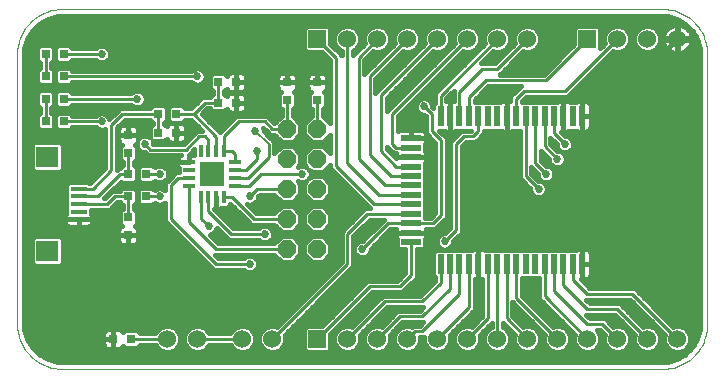
<source format=gtl>
G75*
G70*
%OFA0B0*%
%FSLAX24Y24*%
%IPPOS*%
%LPD*%
%AMOC8*
5,1,8,0,0,1.08239X$1,22.5*
%
%ADD10C,0.0000*%
%ADD11R,0.0197X0.0669*%
%ADD12R,0.0669X0.0197*%
%ADD13R,0.0300X0.0300*%
%ADD14R,0.0827X0.0827*%
%ADD15R,0.0433X0.0138*%
%ADD16R,0.0138X0.0433*%
%ADD17R,0.0600X0.0600*%
%ADD18C,0.0600*%
%ADD19OC8,0.0600*%
%ADD20R,0.0551X0.0138*%
%ADD21R,0.0748X0.0709*%
%ADD22C,0.0160*%
%ADD23C,0.0100*%
%ADD24C,0.0270*%
%ADD25C,0.0080*%
D10*
X002180Y000680D02*
X022180Y000680D01*
X022256Y000682D01*
X022332Y000688D01*
X022407Y000697D01*
X022482Y000711D01*
X022556Y000728D01*
X022629Y000749D01*
X022701Y000773D01*
X022772Y000802D01*
X022841Y000833D01*
X022908Y000868D01*
X022973Y000907D01*
X023037Y000949D01*
X023098Y000994D01*
X023157Y001042D01*
X023213Y001093D01*
X023267Y001147D01*
X023318Y001203D01*
X023366Y001262D01*
X023411Y001323D01*
X023453Y001387D01*
X023492Y001452D01*
X023527Y001519D01*
X023558Y001588D01*
X023587Y001659D01*
X023611Y001731D01*
X023632Y001804D01*
X023649Y001878D01*
X023663Y001953D01*
X023672Y002028D01*
X023678Y002104D01*
X023680Y002180D01*
X023680Y011180D01*
X023678Y011256D01*
X023672Y011332D01*
X023663Y011407D01*
X023649Y011482D01*
X023632Y011556D01*
X023611Y011629D01*
X023587Y011701D01*
X023558Y011772D01*
X023527Y011841D01*
X023492Y011908D01*
X023453Y011973D01*
X023411Y012037D01*
X023366Y012098D01*
X023318Y012157D01*
X023267Y012213D01*
X023213Y012267D01*
X023157Y012318D01*
X023098Y012366D01*
X023037Y012411D01*
X022973Y012453D01*
X022908Y012492D01*
X022841Y012527D01*
X022772Y012558D01*
X022701Y012587D01*
X022629Y012611D01*
X022556Y012632D01*
X022482Y012649D01*
X022407Y012663D01*
X022332Y012672D01*
X022256Y012678D01*
X022180Y012680D01*
X002180Y012680D01*
X002104Y012678D01*
X002028Y012672D01*
X001953Y012663D01*
X001878Y012649D01*
X001804Y012632D01*
X001731Y012611D01*
X001659Y012587D01*
X001588Y012558D01*
X001519Y012527D01*
X001452Y012492D01*
X001387Y012453D01*
X001323Y012411D01*
X001262Y012366D01*
X001203Y012318D01*
X001147Y012267D01*
X001093Y012213D01*
X001042Y012157D01*
X000994Y012098D01*
X000949Y012037D01*
X000907Y011973D01*
X000868Y011908D01*
X000833Y011841D01*
X000802Y011772D01*
X000773Y011701D01*
X000749Y011629D01*
X000728Y011556D01*
X000711Y011482D01*
X000697Y011407D01*
X000688Y011332D01*
X000682Y011256D01*
X000680Y011180D01*
X000680Y002180D01*
X000682Y002104D01*
X000688Y002028D01*
X000697Y001953D01*
X000711Y001878D01*
X000728Y001804D01*
X000749Y001731D01*
X000773Y001659D01*
X000802Y001588D01*
X000833Y001519D01*
X000868Y001452D01*
X000907Y001387D01*
X000949Y001323D01*
X000994Y001262D01*
X001042Y001203D01*
X001093Y001147D01*
X001147Y001093D01*
X001203Y001042D01*
X001262Y000994D01*
X001323Y000949D01*
X001387Y000907D01*
X001452Y000868D01*
X001519Y000833D01*
X001588Y000802D01*
X001659Y000773D01*
X001731Y000749D01*
X001804Y000728D01*
X001878Y000711D01*
X001953Y000697D01*
X002028Y000688D01*
X002104Y000682D01*
X002180Y000680D01*
D11*
X014790Y004180D03*
X015105Y004180D03*
X015420Y004180D03*
X015735Y004180D03*
X016050Y004180D03*
X016365Y004180D03*
X016680Y004180D03*
X016995Y004180D03*
X017310Y004180D03*
X017625Y004180D03*
X017940Y004180D03*
X018255Y004180D03*
X018570Y004180D03*
X018885Y004180D03*
X019200Y004180D03*
X019515Y004180D03*
X019515Y009101D03*
X019200Y009101D03*
X018885Y009101D03*
X018570Y009101D03*
X018255Y009101D03*
X017940Y009101D03*
X017625Y009101D03*
X017310Y009101D03*
X016995Y009101D03*
X016680Y009101D03*
X016365Y009101D03*
X016050Y009101D03*
X015735Y009101D03*
X015420Y009101D03*
X015105Y009101D03*
X014790Y009101D03*
D12*
X013806Y008373D03*
X013806Y008058D03*
X013806Y007743D03*
X013806Y007428D03*
X013806Y007113D03*
X013806Y006798D03*
X013806Y006483D03*
X013806Y006168D03*
X013806Y005853D03*
X013806Y005538D03*
X013806Y005223D03*
X013806Y004908D03*
D13*
X005980Y008555D03*
X005380Y008555D03*
X005380Y009180D03*
X005980Y009180D03*
X007380Y009555D03*
X007980Y009555D03*
X007980Y010243D03*
X007380Y010243D03*
X009680Y010230D03*
X009680Y009630D03*
X010680Y009630D03*
X010680Y010230D03*
X004980Y007180D03*
X004380Y007180D03*
X004380Y007880D03*
X004380Y008480D03*
X002230Y008930D03*
X001630Y008930D03*
X001630Y009680D03*
X002230Y009680D03*
X002230Y010430D03*
X001630Y010430D03*
X001630Y011180D03*
X002230Y011180D03*
X004380Y006430D03*
X004980Y006430D03*
X004380Y005730D03*
X004380Y005130D03*
X004480Y001680D03*
X003880Y001680D03*
D14*
X007180Y007180D03*
D15*
X006412Y007052D03*
X006412Y006796D03*
X006412Y007308D03*
X006412Y007564D03*
X007948Y007564D03*
X007948Y007308D03*
X007948Y007052D03*
X007948Y006796D03*
D16*
X007564Y006412D03*
X007308Y006412D03*
X007052Y006412D03*
X006796Y006412D03*
X006796Y007948D03*
X007052Y007948D03*
X007308Y007948D03*
X007564Y007948D03*
D17*
X010680Y011680D03*
X019680Y011680D03*
X010680Y001680D03*
D18*
X011680Y001680D03*
X012680Y001680D03*
X013680Y001680D03*
X014680Y001680D03*
X015680Y001680D03*
X016680Y001680D03*
X017680Y001680D03*
X018680Y001680D03*
X019680Y001680D03*
X020680Y001680D03*
X021680Y001680D03*
X022680Y001680D03*
X009180Y001680D03*
X008180Y001680D03*
X006680Y001680D03*
X005680Y001680D03*
X011680Y011680D03*
X012680Y011680D03*
X013680Y011680D03*
X014680Y011680D03*
X015680Y011680D03*
X016680Y011680D03*
X017680Y011680D03*
X020680Y011680D03*
X021680Y011680D03*
X022680Y011680D03*
D19*
X010680Y008680D03*
X009680Y008680D03*
X009680Y007680D03*
X010680Y007680D03*
X010680Y006680D03*
X009680Y006680D03*
X009680Y005680D03*
X010680Y005680D03*
X010680Y004680D03*
X009680Y004680D03*
D20*
X002723Y005668D03*
X002723Y005924D03*
X002723Y006180D03*
X002723Y006436D03*
X002723Y006692D03*
D21*
X001680Y007755D03*
X001680Y004605D03*
D22*
X001407Y001172D02*
X001694Y001007D01*
X002014Y000921D01*
X002180Y000910D01*
X022180Y000910D01*
X022346Y000921D01*
X022666Y001007D01*
X022953Y001172D01*
X023188Y001407D01*
X023353Y001694D01*
X023439Y002014D01*
X023450Y002180D01*
X023450Y011180D01*
X023439Y011346D01*
X023353Y011666D01*
X023188Y011953D01*
X022953Y012188D01*
X022666Y012353D01*
X022346Y012439D01*
X022346Y012439D01*
X022180Y012450D01*
X002180Y012450D01*
X002014Y012439D01*
X001694Y012353D01*
X001407Y012188D01*
X001172Y011953D01*
X001007Y011666D01*
X000921Y011346D01*
X000910Y011180D01*
X000910Y002180D01*
X000921Y002014D01*
X001007Y001694D01*
X001172Y001407D01*
X001407Y001172D01*
X001436Y001156D02*
X022924Y001156D01*
X022929Y001307D02*
X022768Y001240D01*
X022592Y001240D01*
X022431Y001307D01*
X022307Y001431D01*
X022240Y001592D01*
X022240Y001768D01*
X022265Y001827D01*
X021101Y002990D01*
X019639Y002990D01*
X019759Y002870D01*
X020759Y002870D01*
X021533Y002095D01*
X021592Y002120D01*
X021768Y002120D01*
X021929Y002053D01*
X022053Y001929D01*
X022120Y001768D01*
X022120Y001592D01*
X022053Y001431D01*
X021929Y001307D01*
X021768Y001240D01*
X021592Y001240D01*
X021431Y001307D01*
X021307Y001431D01*
X021240Y001592D01*
X021240Y001768D01*
X021265Y001827D01*
X020601Y002490D01*
X019639Y002490D01*
X019759Y002370D01*
X020259Y002370D01*
X020533Y002095D01*
X020592Y002120D01*
X020768Y002120D01*
X020929Y002053D01*
X021053Y001929D01*
X021120Y001768D01*
X021120Y001592D01*
X021053Y001431D01*
X020929Y001307D01*
X020768Y001240D01*
X020592Y001240D01*
X020431Y001307D01*
X020307Y001431D01*
X020240Y001592D01*
X020240Y001768D01*
X020265Y001827D01*
X020101Y001990D01*
X019992Y001990D01*
X020053Y001929D01*
X020120Y001768D01*
X020120Y001592D01*
X020053Y001431D01*
X019929Y001307D01*
X019768Y001240D01*
X019592Y001240D01*
X019431Y001307D01*
X019307Y001431D01*
X019240Y001592D01*
X019240Y001768D01*
X019265Y001827D01*
X018065Y003026D01*
X018065Y003705D01*
X017783Y003705D01*
X017782Y003706D01*
X017781Y003705D01*
X017500Y003705D01*
X017500Y003129D01*
X018533Y002095D01*
X018592Y002120D01*
X018768Y002120D01*
X018929Y002053D01*
X019053Y001929D01*
X019120Y001768D01*
X019120Y001592D01*
X019053Y001431D01*
X018929Y001307D01*
X018768Y001240D01*
X018592Y001240D01*
X018431Y001307D01*
X018307Y001431D01*
X018240Y001592D01*
X018240Y001768D01*
X018265Y001827D01*
X017185Y002906D01*
X017185Y002444D01*
X017533Y002095D01*
X017592Y002120D01*
X017768Y002120D01*
X017929Y002053D01*
X018053Y001929D01*
X018120Y001768D01*
X018120Y001592D01*
X018053Y001431D01*
X017929Y001307D01*
X017768Y001240D01*
X017592Y001240D01*
X017431Y001307D01*
X017307Y001431D01*
X017240Y001592D01*
X017240Y001768D01*
X017265Y001827D01*
X016870Y002221D01*
X016870Y002078D01*
X016929Y002053D01*
X017053Y001929D01*
X017120Y001768D01*
X017120Y001592D01*
X017053Y001431D01*
X016929Y001307D01*
X016768Y001240D01*
X016592Y001240D01*
X016431Y001307D01*
X016307Y001431D01*
X016240Y001592D01*
X016240Y001768D01*
X016307Y001929D01*
X016431Y002053D01*
X016490Y002078D01*
X016490Y002221D01*
X016095Y001827D01*
X016120Y001768D01*
X016120Y001592D01*
X016053Y001431D01*
X015929Y001307D01*
X015768Y001240D01*
X015592Y001240D01*
X015431Y001307D01*
X015307Y001431D01*
X015240Y001592D01*
X015240Y001768D01*
X015307Y001929D01*
X015431Y002053D01*
X015592Y002120D01*
X015768Y002120D01*
X015827Y002095D01*
X016175Y002444D01*
X016175Y003666D01*
X016172Y003665D01*
X016050Y003665D01*
X016050Y004180D01*
X016050Y004695D01*
X015928Y004695D01*
X015882Y004682D01*
X015841Y004659D01*
X015837Y004655D01*
X015579Y004655D01*
X015578Y004654D01*
X015577Y004655D01*
X015264Y004655D01*
X015263Y004654D01*
X015262Y004655D01*
X014949Y004655D01*
X014948Y004654D01*
X014947Y004655D01*
X014634Y004655D01*
X014552Y004573D01*
X014552Y003787D01*
X014600Y003739D01*
X014600Y003619D01*
X014101Y003120D01*
X012851Y003120D01*
X011827Y002095D01*
X011768Y002120D01*
X011592Y002120D01*
X011431Y002053D01*
X011307Y001929D01*
X011240Y001768D01*
X011240Y001592D01*
X011307Y001431D01*
X011431Y001307D01*
X011592Y001240D01*
X011768Y001240D01*
X011929Y001307D01*
X012053Y001431D01*
X012120Y001592D01*
X012120Y001768D01*
X012095Y001827D01*
X013009Y002740D01*
X014221Y002740D01*
X014101Y002620D01*
X013351Y002620D01*
X012827Y002095D01*
X012768Y002120D01*
X012592Y002120D01*
X012431Y002053D01*
X012307Y001929D01*
X012240Y001768D01*
X012240Y001592D01*
X012307Y001431D01*
X012431Y001307D01*
X012592Y001240D01*
X012768Y001240D01*
X012929Y001307D01*
X013053Y001431D01*
X013120Y001592D01*
X013120Y001768D01*
X013095Y001827D01*
X013509Y002240D01*
X014221Y002240D01*
X014101Y002120D01*
X013851Y002120D01*
X013827Y002095D01*
X013768Y002120D01*
X013592Y002120D01*
X013431Y002053D01*
X013307Y001929D01*
X013240Y001768D01*
X013240Y001592D01*
X013307Y001431D01*
X013431Y001307D01*
X013592Y001240D01*
X013768Y001240D01*
X013929Y001307D01*
X014053Y001431D01*
X014120Y001592D01*
X014120Y001740D01*
X014240Y001740D01*
X014240Y001592D01*
X014307Y001431D01*
X014431Y001307D01*
X014592Y001240D01*
X014768Y001240D01*
X014929Y001307D01*
X015053Y001431D01*
X015120Y001592D01*
X015120Y001768D01*
X015095Y001827D01*
X015925Y002656D01*
X015925Y003666D01*
X015928Y003665D01*
X016050Y003665D01*
X016050Y004180D01*
X016050Y004180D01*
X016050Y004180D01*
X016050Y004695D01*
X016172Y004695D01*
X016218Y004682D01*
X016259Y004659D01*
X016263Y004655D01*
X016521Y004655D01*
X016523Y004654D01*
X016524Y004655D01*
X016836Y004655D01*
X016837Y004654D01*
X016839Y004655D01*
X017151Y004655D01*
X017152Y004654D01*
X017154Y004655D01*
X017466Y004655D01*
X017467Y004654D01*
X017468Y004655D01*
X017781Y004655D01*
X017782Y004654D01*
X017783Y004655D01*
X018096Y004655D01*
X018097Y004654D01*
X018098Y004655D01*
X018411Y004655D01*
X018412Y004654D01*
X018413Y004655D01*
X018726Y004655D01*
X018727Y004654D01*
X018728Y004655D01*
X019041Y004655D01*
X019042Y004654D01*
X019043Y004655D01*
X019302Y004655D01*
X019306Y004659D01*
X019347Y004682D01*
X019393Y004695D01*
X019515Y004695D01*
X019515Y004180D01*
X019793Y004180D01*
X019793Y004538D01*
X019781Y004584D01*
X019757Y004625D01*
X019724Y004659D01*
X019683Y004682D01*
X019637Y004695D01*
X019515Y004695D01*
X019515Y004180D01*
X019515Y004180D01*
X019793Y004180D01*
X019793Y003822D01*
X019781Y003776D01*
X019757Y003735D01*
X019724Y003701D01*
X019683Y003678D01*
X019637Y003665D01*
X019515Y003665D01*
X019515Y004180D01*
X019515Y004180D01*
X019515Y004180D01*
X019515Y003665D01*
X019463Y003665D01*
X019759Y003370D01*
X021259Y003370D01*
X022533Y002095D01*
X022592Y002120D01*
X022768Y002120D01*
X022929Y002053D01*
X023053Y001929D01*
X023120Y001768D01*
X023120Y001592D01*
X023053Y001431D01*
X022929Y001307D01*
X022936Y001314D02*
X023095Y001314D01*
X023070Y001473D02*
X023225Y001473D01*
X023317Y001631D02*
X023120Y001631D01*
X023111Y001790D02*
X023379Y001790D01*
X023421Y001948D02*
X023034Y001948D01*
X022800Y002107D02*
X023445Y002107D01*
X023450Y002265D02*
X022364Y002265D01*
X022522Y002107D02*
X022560Y002107D01*
X022249Y001790D02*
X022111Y001790D01*
X022120Y001631D02*
X022240Y001631D01*
X022290Y001473D02*
X022070Y001473D01*
X021936Y001314D02*
X022424Y001314D01*
X022630Y000997D02*
X001730Y000997D01*
X001265Y001314D02*
X005424Y001314D01*
X005431Y001307D02*
X005592Y001240D01*
X005768Y001240D01*
X005929Y001307D01*
X006053Y001431D01*
X006120Y001592D01*
X006120Y001768D01*
X006053Y001929D01*
X005929Y002053D01*
X005768Y002120D01*
X005592Y002120D01*
X005431Y002053D01*
X005307Y001929D01*
X005282Y001870D01*
X004770Y001870D01*
X004770Y001888D01*
X004688Y001970D01*
X004272Y001970D01*
X004199Y001897D01*
X004198Y001899D01*
X004174Y001941D01*
X004141Y001974D01*
X004099Y001998D01*
X004054Y002010D01*
X003880Y002010D01*
X003880Y001680D01*
X003880Y001680D01*
X003880Y001350D01*
X004054Y001350D01*
X004099Y001362D01*
X004141Y001386D01*
X004174Y001419D01*
X004198Y001461D01*
X004199Y001463D01*
X004272Y001390D01*
X004688Y001390D01*
X004770Y001472D01*
X004770Y001490D01*
X005282Y001490D01*
X005307Y001431D01*
X005431Y001307D01*
X005290Y001473D02*
X004770Y001473D01*
X004710Y001948D02*
X005326Y001948D01*
X005560Y002107D02*
X000915Y002107D01*
X000910Y002265D02*
X009496Y002265D01*
X009338Y002107D02*
X009300Y002107D01*
X009327Y002095D02*
X009268Y002120D01*
X009092Y002120D01*
X008931Y002053D01*
X008807Y001929D01*
X008740Y001768D01*
X008740Y001592D01*
X008807Y001431D01*
X008931Y001307D01*
X009092Y001240D01*
X009268Y001240D01*
X009429Y001307D01*
X009553Y001431D01*
X009620Y001592D01*
X009620Y001768D01*
X009595Y001827D01*
X011870Y004101D01*
X011870Y005101D01*
X012432Y005663D01*
X012895Y005663D01*
X012186Y004955D01*
X012125Y004955D01*
X012024Y004913D01*
X011947Y004836D01*
X011905Y004735D01*
X011905Y004625D01*
X011947Y004524D01*
X012024Y004447D01*
X012125Y004405D01*
X012235Y004405D01*
X012336Y004447D01*
X012413Y004524D01*
X012455Y004625D01*
X012455Y004686D01*
X013117Y005348D01*
X013292Y005348D01*
X013291Y005345D01*
X013291Y005223D01*
X013291Y005101D01*
X013304Y005055D01*
X013327Y005014D01*
X013331Y005010D01*
X013331Y004752D01*
X013413Y004670D01*
X013616Y004670D01*
X013616Y003885D01*
X013351Y003620D01*
X012351Y003620D01*
X010851Y002120D01*
X010322Y002120D01*
X010240Y002038D01*
X010240Y001322D01*
X010322Y001240D01*
X011038Y001240D01*
X011120Y001322D01*
X011120Y001851D01*
X012509Y003240D01*
X013509Y003240D01*
X013620Y003351D01*
X013996Y003727D01*
X013996Y004670D01*
X014199Y004670D01*
X014281Y004752D01*
X014281Y005010D01*
X014285Y005014D01*
X014308Y005055D01*
X014321Y005101D01*
X014321Y005223D01*
X013806Y005223D01*
X013806Y005223D01*
X013291Y005223D01*
X013806Y005223D01*
X013806Y005223D01*
X014321Y005223D01*
X014321Y005345D01*
X014320Y005348D01*
X014617Y005348D01*
X014884Y005615D01*
X014995Y005726D01*
X014995Y008384D01*
X014752Y008627D01*
X014892Y008627D01*
X014896Y008623D01*
X014937Y008599D01*
X014983Y008587D01*
X015105Y008587D01*
X015105Y009101D01*
X015105Y009101D01*
X015105Y008587D01*
X015227Y008587D01*
X015273Y008599D01*
X015314Y008623D01*
X015318Y008627D01*
X015577Y008627D01*
X015578Y008628D01*
X015579Y008627D01*
X015795Y008627D01*
X015789Y008620D01*
X015476Y008620D01*
X015365Y008509D01*
X015365Y008509D01*
X015226Y008370D01*
X015115Y008259D01*
X015115Y005384D01*
X014936Y005205D01*
X014875Y005205D01*
X014774Y005163D01*
X014697Y005086D01*
X014655Y004985D01*
X014655Y004875D01*
X014697Y004774D01*
X014774Y004697D01*
X014875Y004655D01*
X014985Y004655D01*
X015086Y004697D01*
X015163Y004774D01*
X015205Y004875D01*
X015205Y004936D01*
X015495Y005226D01*
X015495Y008101D01*
X015634Y008240D01*
X015946Y008240D01*
X016057Y008351D01*
X016240Y008534D01*
X016240Y008627D01*
X016521Y008627D01*
X016523Y008628D01*
X016524Y008627D01*
X016782Y008627D01*
X016786Y008623D01*
X016827Y008599D01*
X016873Y008587D01*
X016995Y008587D01*
X017117Y008587D01*
X017163Y008599D01*
X017204Y008623D01*
X017208Y008627D01*
X017435Y008627D01*
X017435Y007031D01*
X017780Y006686D01*
X017780Y006625D01*
X017822Y006524D01*
X017899Y006447D01*
X018000Y006405D01*
X018110Y006405D01*
X018211Y006447D01*
X018288Y006524D01*
X018330Y006625D01*
X018330Y006735D01*
X018288Y006836D01*
X018211Y006913D01*
X018110Y006955D01*
X018049Y006955D01*
X017815Y007189D01*
X017815Y007401D01*
X018030Y007186D01*
X018030Y007125D01*
X018072Y007024D01*
X018149Y006947D01*
X018250Y006905D01*
X018360Y006905D01*
X018461Y006947D01*
X018538Y007024D01*
X018580Y007125D01*
X018580Y007235D01*
X018538Y007336D01*
X018461Y007413D01*
X018360Y007455D01*
X018299Y007455D01*
X018130Y007624D01*
X018130Y007961D01*
X018405Y007686D01*
X018405Y007625D01*
X018447Y007524D01*
X018524Y007447D01*
X018625Y007405D01*
X018735Y007405D01*
X018836Y007447D01*
X018913Y007524D01*
X018955Y007625D01*
X018955Y007735D01*
X018913Y007836D01*
X018836Y007913D01*
X018735Y007955D01*
X018674Y007955D01*
X018445Y008184D01*
X018445Y008396D01*
X018655Y008186D01*
X018655Y008125D01*
X018697Y008024D01*
X018774Y007947D01*
X018875Y007905D01*
X018985Y007905D01*
X019086Y007947D01*
X019163Y008024D01*
X019205Y008125D01*
X019205Y008235D01*
X019163Y008336D01*
X019086Y008413D01*
X018985Y008455D01*
X018924Y008455D01*
X018792Y008587D01*
X018885Y008587D01*
X019007Y008587D01*
X019053Y008599D01*
X019094Y008623D01*
X019098Y008627D01*
X019302Y008627D01*
X019306Y008623D01*
X019347Y008599D01*
X019393Y008587D01*
X019515Y008587D01*
X019637Y008587D01*
X019683Y008599D01*
X019724Y008623D01*
X019757Y008656D01*
X019781Y008697D01*
X019793Y008743D01*
X019793Y009101D01*
X019515Y009101D01*
X019515Y009101D01*
X019515Y008587D01*
X019515Y009101D01*
X019515Y009101D01*
X019793Y009101D01*
X019793Y009460D01*
X019781Y009505D01*
X019757Y009546D01*
X019724Y009580D01*
X019683Y009604D01*
X019637Y009616D01*
X019515Y009616D01*
X019515Y009101D01*
X020101Y009101D01*
X022680Y011680D01*
X022700Y011700D02*
X022660Y011700D01*
X022660Y012160D01*
X022642Y012160D01*
X022568Y012148D01*
X022496Y012125D01*
X022428Y012091D01*
X022367Y012046D01*
X022314Y011993D01*
X022269Y011932D01*
X022235Y011864D01*
X022212Y011792D01*
X022200Y011718D01*
X022200Y011700D01*
X022660Y011700D01*
X022660Y011660D01*
X022200Y011660D01*
X022200Y011642D01*
X022212Y011568D01*
X022235Y011496D01*
X022269Y011428D01*
X022314Y011367D01*
X022367Y011314D01*
X022428Y011269D01*
X022496Y011235D01*
X022568Y011212D01*
X022642Y011200D01*
X022660Y011200D01*
X022660Y011660D01*
X022700Y011660D01*
X022700Y011700D01*
X022700Y012160D01*
X022718Y012160D01*
X022792Y012148D01*
X022864Y012125D01*
X022932Y012091D01*
X022993Y012046D01*
X023046Y011993D01*
X023091Y011932D01*
X023125Y011864D01*
X023148Y011792D01*
X023160Y011718D01*
X023160Y011700D01*
X022700Y011700D01*
X022700Y011660D02*
X023160Y011660D01*
X023160Y011642D01*
X023148Y011568D01*
X023125Y011496D01*
X023091Y011428D01*
X023046Y011367D01*
X022993Y011314D01*
X022932Y011269D01*
X022864Y011235D01*
X022792Y011212D01*
X022718Y011200D01*
X022700Y011200D01*
X022700Y011660D01*
X022700Y011617D02*
X022660Y011617D01*
X022660Y011458D02*
X022700Y011458D01*
X022700Y011300D02*
X022660Y011300D01*
X022973Y011300D02*
X023442Y011300D01*
X023450Y011141D02*
X020410Y011141D01*
X020533Y011265D02*
X020592Y011240D01*
X020768Y011240D01*
X020929Y011307D01*
X021053Y011431D01*
X021120Y011592D01*
X021120Y011768D01*
X021053Y011929D01*
X020929Y012053D01*
X020768Y012120D01*
X020592Y012120D01*
X020431Y012053D01*
X020307Y011929D01*
X020240Y011768D01*
X020240Y011592D01*
X020265Y011533D01*
X020120Y011389D01*
X020120Y012038D01*
X020038Y012120D01*
X019322Y012120D01*
X019240Y012038D01*
X019240Y011509D01*
X018226Y010495D01*
X016764Y010495D01*
X017533Y011265D01*
X017592Y011240D01*
X017768Y011240D01*
X017929Y011307D01*
X018053Y011431D01*
X018120Y011592D01*
X018120Y011768D01*
X018053Y011929D01*
X017929Y012053D01*
X017768Y012120D01*
X017592Y012120D01*
X017431Y012053D01*
X017307Y011929D01*
X017240Y011768D01*
X017240Y011592D01*
X017265Y011533D01*
X016601Y010870D01*
X016139Y010870D01*
X016533Y011265D01*
X016592Y011240D01*
X016768Y011240D01*
X016929Y011307D01*
X017053Y011431D01*
X017120Y011592D01*
X017120Y011768D01*
X017053Y011929D01*
X016929Y012053D01*
X016768Y012120D01*
X016592Y012120D01*
X016431Y012053D01*
X016307Y011929D01*
X016240Y011768D01*
X016240Y011592D01*
X016265Y011533D01*
X014600Y009869D01*
X014600Y009542D01*
X014552Y009494D01*
X014552Y009389D01*
X014517Y009424D01*
X014517Y009485D01*
X014476Y009586D01*
X014398Y009663D01*
X014297Y009705D01*
X014188Y009705D01*
X014087Y009663D01*
X014009Y009586D01*
X013968Y009485D01*
X013968Y009375D01*
X014009Y009274D01*
X014087Y009197D01*
X014188Y009155D01*
X014249Y009155D01*
X014303Y009101D01*
X014303Y008551D01*
X014285Y008582D01*
X014251Y008615D01*
X014210Y008639D01*
X014164Y008651D01*
X013806Y008651D01*
X013448Y008651D01*
X013402Y008639D01*
X013370Y008621D01*
X013370Y009101D01*
X015533Y011265D01*
X015592Y011240D01*
X015768Y011240D01*
X015929Y011307D01*
X016053Y011431D01*
X016120Y011592D01*
X016120Y011768D01*
X016053Y011929D01*
X015929Y012053D01*
X015768Y012120D01*
X015592Y012120D01*
X015431Y012053D01*
X015307Y011929D01*
X015240Y011768D01*
X015240Y011592D01*
X015265Y011533D01*
X012995Y009264D01*
X012995Y009726D01*
X014533Y011265D01*
X014592Y011240D01*
X014768Y011240D01*
X014929Y011307D01*
X015053Y011431D01*
X015120Y011592D01*
X015120Y011768D01*
X015053Y011929D01*
X014929Y012053D01*
X014768Y012120D01*
X014592Y012120D01*
X014431Y012053D01*
X014307Y011929D01*
X014240Y011768D01*
X014240Y011592D01*
X014265Y011533D01*
X012620Y009889D01*
X012620Y010351D01*
X013533Y011265D01*
X013592Y011240D01*
X013768Y011240D01*
X013929Y011307D01*
X014053Y011431D01*
X014120Y011592D01*
X014120Y011768D01*
X014053Y011929D01*
X013929Y012053D01*
X013768Y012120D01*
X013592Y012120D01*
X013431Y012053D01*
X013307Y011929D01*
X013240Y011768D01*
X013240Y011592D01*
X013265Y011533D01*
X012245Y010514D01*
X012245Y010976D01*
X012533Y011265D01*
X012592Y011240D01*
X012768Y011240D01*
X012929Y011307D01*
X013053Y011431D01*
X013120Y011592D01*
X013120Y011768D01*
X013053Y011929D01*
X012929Y012053D01*
X012768Y012120D01*
X012592Y012120D01*
X012431Y012053D01*
X012307Y011929D01*
X012240Y011768D01*
X012240Y011592D01*
X012265Y011533D01*
X011870Y011139D01*
X011870Y011282D01*
X011929Y011307D01*
X012053Y011431D01*
X012120Y011592D01*
X012120Y011768D01*
X012053Y011929D01*
X011929Y012053D01*
X011768Y012120D01*
X011592Y012120D01*
X011431Y012053D01*
X011307Y011929D01*
X011240Y011768D01*
X011240Y011592D01*
X011307Y011431D01*
X011431Y011307D01*
X011490Y011282D01*
X011490Y011139D01*
X011120Y011509D01*
X011120Y012038D01*
X011038Y012120D01*
X010322Y012120D01*
X010240Y012038D01*
X010240Y011322D01*
X010322Y011240D01*
X010851Y011240D01*
X011115Y010976D01*
X011115Y008867D01*
X010870Y009112D01*
X010870Y009340D01*
X010888Y009340D01*
X010970Y009422D01*
X010970Y009838D01*
X010897Y009911D01*
X010899Y009912D01*
X010941Y009936D01*
X010974Y009969D01*
X010998Y010011D01*
X011010Y010056D01*
X011010Y010230D01*
X011010Y010404D01*
X010998Y010449D01*
X010974Y010491D01*
X010941Y010524D01*
X010899Y010548D01*
X010854Y010560D01*
X010680Y010560D01*
X010680Y010230D01*
X010680Y010230D01*
X011010Y010230D01*
X010680Y010230D01*
X010680Y010230D01*
X010680Y010230D01*
X010350Y010230D01*
X010350Y010404D01*
X010362Y010449D01*
X010386Y010491D01*
X010419Y010524D01*
X010461Y010548D01*
X010506Y010560D01*
X010680Y010560D01*
X010680Y010230D01*
X010350Y010230D01*
X010350Y010056D01*
X010362Y010011D01*
X010386Y009969D01*
X010419Y009936D01*
X010461Y009912D01*
X010463Y009911D01*
X010390Y009838D01*
X010390Y009422D01*
X010472Y009340D01*
X010490Y009340D01*
X010490Y009112D01*
X010240Y008862D01*
X010240Y008498D01*
X010498Y008240D01*
X010862Y008240D01*
X011115Y008493D01*
X011115Y007867D01*
X010862Y008120D01*
X010498Y008120D01*
X010240Y007862D01*
X010240Y007498D01*
X010317Y007421D01*
X010235Y007455D01*
X010125Y007455D01*
X010043Y007421D01*
X010120Y007498D01*
X010120Y007862D01*
X009862Y008120D01*
X009498Y008120D01*
X009245Y007867D01*
X009245Y008259D01*
X009134Y008370D01*
X009120Y008370D01*
X008892Y008597D01*
X008892Y008672D01*
X008874Y008718D01*
X008990Y008601D01*
X009101Y008490D01*
X009248Y008490D01*
X009498Y008240D01*
X009862Y008240D01*
X010120Y008498D01*
X010120Y008862D01*
X009870Y009112D01*
X009870Y009340D01*
X009888Y009340D01*
X009970Y009422D01*
X009970Y009838D01*
X009897Y009911D01*
X009899Y009912D01*
X009941Y009936D01*
X009974Y009969D01*
X009998Y010011D01*
X010010Y010056D01*
X010010Y010230D01*
X010010Y010404D01*
X009998Y010449D01*
X009974Y010491D01*
X009941Y010524D01*
X009899Y010548D01*
X009854Y010560D01*
X009680Y010560D01*
X009680Y010230D01*
X009680Y010230D01*
X010010Y010230D01*
X009680Y010230D01*
X009680Y010230D01*
X009680Y010230D01*
X009350Y010230D01*
X009350Y010404D01*
X009362Y010449D01*
X009386Y010491D01*
X009419Y010524D01*
X009461Y010548D01*
X009506Y010560D01*
X009680Y010560D01*
X009680Y010230D01*
X009350Y010230D01*
X009350Y010056D01*
X009362Y010011D01*
X009386Y009969D01*
X009419Y009936D01*
X009461Y009912D01*
X009463Y009911D01*
X009390Y009838D01*
X009390Y009422D01*
X009472Y009340D01*
X009490Y009340D01*
X009490Y009112D01*
X009253Y008875D01*
X009009Y009120D01*
X007976Y009120D01*
X007865Y009009D01*
X007485Y008629D01*
X007430Y008574D01*
X006824Y009180D01*
X007009Y009365D01*
X007090Y009365D01*
X007090Y009347D01*
X007172Y009265D01*
X007588Y009265D01*
X007661Y009338D01*
X007662Y009336D01*
X007686Y009294D01*
X007719Y009261D01*
X007761Y009237D01*
X007806Y009225D01*
X007980Y009225D01*
X008154Y009225D01*
X008199Y009237D01*
X008241Y009261D01*
X008274Y009294D01*
X008298Y009336D01*
X008310Y009381D01*
X008310Y009555D01*
X008310Y009729D01*
X008298Y009774D01*
X008274Y009816D01*
X008241Y009849D01*
X008199Y009873D01*
X008154Y009885D01*
X007980Y009885D01*
X007980Y009555D01*
X007980Y009555D01*
X008310Y009555D01*
X007980Y009555D01*
X007980Y009555D01*
X007980Y009885D01*
X007806Y009885D01*
X007761Y009873D01*
X007719Y009849D01*
X007686Y009816D01*
X007662Y009774D01*
X007661Y009772D01*
X007588Y009845D01*
X007570Y009845D01*
X007570Y009953D01*
X007588Y009953D01*
X007661Y010026D01*
X007662Y010023D01*
X007686Y009982D01*
X007719Y009948D01*
X007761Y009925D01*
X007806Y009913D01*
X007980Y009913D01*
X008154Y009913D01*
X008199Y009925D01*
X008241Y009948D01*
X008274Y009982D01*
X008298Y010023D01*
X008310Y010069D01*
X008310Y010242D01*
X007980Y010242D01*
X007980Y009913D01*
X007980Y010242D01*
X007980Y010242D01*
X007980Y010243D01*
X007980Y010572D01*
X007806Y010572D01*
X007761Y010560D01*
X007719Y010537D01*
X007686Y010503D01*
X007662Y010462D01*
X007661Y010459D01*
X007588Y010532D01*
X007172Y010532D01*
X007090Y010450D01*
X007090Y010035D01*
X007172Y009953D01*
X007190Y009953D01*
X007190Y009845D01*
X007172Y009845D01*
X007090Y009763D01*
X007090Y009745D01*
X006851Y009745D01*
X006476Y009370D01*
X006270Y009370D01*
X006270Y009388D01*
X006188Y009470D01*
X005772Y009470D01*
X005690Y009388D01*
X005690Y008972D01*
X005772Y008890D01*
X006188Y008890D01*
X006270Y008972D01*
X006270Y008990D01*
X006476Y008990D01*
X006846Y008620D01*
X006664Y008620D01*
X006226Y008182D01*
X005205Y008182D01*
X005205Y008235D01*
X005192Y008265D01*
X005588Y008265D01*
X005661Y008338D01*
X005662Y008336D01*
X005686Y008294D01*
X005719Y008261D01*
X005761Y008237D01*
X005806Y008225D01*
X005980Y008225D01*
X006154Y008225D01*
X006199Y008237D01*
X006241Y008261D01*
X006274Y008294D01*
X006298Y008336D01*
X006310Y008381D01*
X006310Y008555D01*
X006310Y008729D01*
X006298Y008774D01*
X006274Y008816D01*
X006241Y008849D01*
X006199Y008873D01*
X006154Y008885D01*
X005980Y008885D01*
X005980Y008555D01*
X005980Y008555D01*
X006310Y008555D01*
X005980Y008555D01*
X005980Y008555D01*
X005980Y008885D01*
X005806Y008885D01*
X005761Y008873D01*
X005719Y008849D01*
X005686Y008816D01*
X005662Y008774D01*
X005661Y008772D01*
X005588Y008845D01*
X005570Y008845D01*
X005570Y008890D01*
X005588Y008890D01*
X005670Y008972D01*
X005670Y009388D01*
X005588Y009470D01*
X005172Y009470D01*
X005090Y009388D01*
X005090Y009370D01*
X004101Y009370D01*
X003990Y009259D01*
X003752Y009021D01*
X003726Y009086D01*
X003648Y009163D01*
X003547Y009205D01*
X003438Y009205D01*
X003337Y009163D01*
X003294Y009120D01*
X002520Y009120D01*
X002520Y009138D01*
X002438Y009220D01*
X002022Y009220D01*
X001940Y009138D01*
X001940Y008722D01*
X002022Y008640D01*
X002438Y008640D01*
X002520Y008722D01*
X002520Y008740D01*
X003294Y008740D01*
X003337Y008697D01*
X003438Y008655D01*
X003547Y008655D01*
X003615Y008683D01*
X003615Y007384D01*
X003113Y006882D01*
X003076Y006882D01*
X003057Y006901D01*
X002390Y006901D01*
X002308Y006819D01*
X002308Y006565D01*
X002309Y006564D01*
X002308Y006563D01*
X002308Y006309D01*
X002309Y006308D01*
X002308Y006307D01*
X002308Y006053D01*
X002309Y006052D01*
X002308Y006051D01*
X002308Y005852D01*
X002304Y005848D01*
X002280Y005807D01*
X002268Y005761D01*
X002268Y005668D01*
X002268Y005576D01*
X002280Y005530D01*
X002304Y005489D01*
X002337Y005455D01*
X002378Y005432D01*
X002424Y005419D01*
X002723Y005419D01*
X002723Y005668D01*
X002268Y005668D01*
X002723Y005668D01*
X002723Y005668D01*
X002723Y005668D01*
X002723Y005419D01*
X003023Y005419D01*
X003068Y005432D01*
X003109Y005455D01*
X003143Y005489D01*
X003167Y005530D01*
X003179Y005576D01*
X003179Y005668D01*
X002723Y005668D01*
X002723Y005668D01*
X003179Y005668D01*
X003179Y005761D01*
X003167Y005807D01*
X003143Y005848D01*
X003139Y005852D01*
X003139Y005990D01*
X003759Y005990D01*
X003870Y006101D01*
X004009Y006240D01*
X004090Y006240D01*
X004090Y006222D01*
X004172Y006140D01*
X004190Y006140D01*
X004190Y006020D01*
X004172Y006020D01*
X004090Y005938D01*
X004090Y005522D01*
X004163Y005449D01*
X004161Y005448D01*
X004119Y005424D01*
X004086Y005391D01*
X004062Y005349D01*
X004050Y005304D01*
X004050Y005130D01*
X004380Y005130D01*
X004710Y005130D01*
X004710Y005304D01*
X004698Y005349D01*
X004674Y005391D01*
X004641Y005424D01*
X004599Y005448D01*
X004597Y005449D01*
X004670Y005522D01*
X004670Y005938D01*
X004588Y006020D01*
X004570Y006020D01*
X004570Y006140D01*
X004588Y006140D01*
X004670Y006222D01*
X004670Y006638D01*
X004588Y006720D01*
X004172Y006720D01*
X004090Y006638D01*
X004090Y006620D01*
X003851Y006620D01*
X003740Y006509D01*
X003601Y006370D01*
X003576Y006370D01*
X004134Y006928D01*
X004172Y006890D01*
X004588Y006890D01*
X004670Y006972D01*
X004670Y007388D01*
X004588Y007470D01*
X004570Y007470D01*
X004570Y007590D01*
X004588Y007590D01*
X004670Y007672D01*
X004670Y008088D01*
X004597Y008161D01*
X004599Y008162D01*
X004641Y008186D01*
X004655Y008200D01*
X004655Y008125D01*
X004697Y008024D01*
X004774Y007947D01*
X004875Y007905D01*
X004936Y007905D01*
X005039Y007803D01*
X006134Y007803D01*
X006126Y007800D01*
X006085Y007777D01*
X006052Y007743D01*
X006028Y007702D01*
X006016Y007656D01*
X006016Y007564D01*
X006412Y007564D01*
X006412Y007564D01*
X006412Y007813D01*
X006394Y007813D01*
X006495Y007914D01*
X006587Y008006D01*
X006587Y007813D01*
X006412Y007813D01*
X006412Y007564D01*
X006412Y007564D01*
X006016Y007564D01*
X006016Y007471D01*
X006028Y007425D01*
X006052Y007384D01*
X006056Y007380D01*
X006056Y007242D01*
X005973Y007242D01*
X005726Y006995D01*
X005615Y006884D01*
X005615Y006634D01*
X005586Y006663D01*
X005485Y006705D01*
X005375Y006705D01*
X005274Y006663D01*
X005260Y006648D01*
X005188Y006720D01*
X004772Y006720D01*
X004690Y006638D01*
X004690Y006222D01*
X004772Y006140D01*
X005188Y006140D01*
X005260Y006212D01*
X005274Y006197D01*
X005375Y006155D01*
X005485Y006155D01*
X005586Y006197D01*
X005615Y006226D01*
X005615Y005601D01*
X007115Y004101D01*
X007226Y003990D01*
X008231Y003990D01*
X008274Y003947D01*
X008375Y003905D01*
X008485Y003905D01*
X008586Y003947D01*
X008663Y004024D01*
X008705Y004125D01*
X008705Y004235D01*
X008663Y004336D01*
X008586Y004413D01*
X008485Y004455D01*
X008375Y004455D01*
X008274Y004413D01*
X008231Y004370D01*
X007384Y004370D01*
X007264Y004490D01*
X009248Y004490D01*
X009498Y004240D01*
X009862Y004240D01*
X010120Y004498D01*
X010120Y004862D01*
X009862Y005120D01*
X009498Y005120D01*
X009248Y004870D01*
X007384Y004870D01*
X007099Y005155D01*
X007110Y005155D01*
X007211Y005197D01*
X007288Y005274D01*
X007330Y005375D01*
X007330Y005386D01*
X007615Y005101D01*
X007726Y004990D01*
X008731Y004990D01*
X008774Y004947D01*
X008875Y004905D01*
X008985Y004905D01*
X009086Y004947D01*
X009163Y005024D01*
X009205Y005125D01*
X009205Y005235D01*
X009163Y005336D01*
X009086Y005413D01*
X008985Y005455D01*
X008875Y005455D01*
X008774Y005413D01*
X008731Y005370D01*
X007884Y005370D01*
X007242Y006012D01*
X007242Y006016D01*
X007308Y006016D01*
X007401Y006016D01*
X007446Y006028D01*
X007487Y006052D01*
X007491Y006056D01*
X007691Y006056D01*
X007773Y006138D01*
X007773Y006194D01*
X008365Y005601D01*
X008476Y005490D01*
X009248Y005490D01*
X009498Y005240D01*
X009862Y005240D01*
X010120Y005498D01*
X010120Y005862D01*
X009862Y006120D01*
X009498Y006120D01*
X009248Y005870D01*
X008634Y005870D01*
X008330Y006174D01*
X008375Y006155D01*
X008485Y006155D01*
X008586Y006197D01*
X008663Y006274D01*
X008705Y006375D01*
X008705Y006436D01*
X008759Y006490D01*
X009248Y006490D01*
X009498Y006240D01*
X009862Y006240D01*
X010120Y006498D01*
X010120Y006862D01*
X010043Y006939D01*
X010125Y006905D01*
X010235Y006905D01*
X010317Y006939D01*
X010240Y006862D01*
X010240Y006498D01*
X010498Y006240D01*
X010862Y006240D01*
X011120Y006498D01*
X011120Y006862D01*
X010862Y007120D01*
X010498Y007120D01*
X010421Y007043D01*
X010455Y007125D01*
X010455Y007235D01*
X010421Y007317D01*
X010498Y007240D01*
X010862Y007240D01*
X011115Y007493D01*
X011115Y007351D01*
X011226Y007240D01*
X012423Y006043D01*
X012275Y006043D01*
X011601Y005370D01*
X011490Y005259D01*
X011490Y004259D01*
X009327Y002095D01*
X009060Y002107D02*
X008300Y002107D01*
X008268Y002120D02*
X008429Y002053D01*
X008553Y001929D01*
X008620Y001768D01*
X008620Y001592D01*
X008553Y001431D01*
X008429Y001307D01*
X008268Y001240D01*
X008092Y001240D01*
X007931Y001307D01*
X007807Y001431D01*
X007782Y001490D01*
X007078Y001490D01*
X007053Y001431D01*
X006929Y001307D01*
X006768Y001240D01*
X006592Y001240D01*
X006431Y001307D01*
X006307Y001431D01*
X006240Y001592D01*
X006240Y001768D01*
X006307Y001929D01*
X006431Y002053D01*
X006592Y002120D01*
X006768Y002120D01*
X006929Y002053D01*
X007053Y001929D01*
X007078Y001870D01*
X007782Y001870D01*
X007807Y001929D01*
X007931Y002053D01*
X008092Y002120D01*
X008268Y002120D01*
X008060Y002107D02*
X006800Y002107D01*
X006560Y002107D02*
X005800Y002107D01*
X006034Y001948D02*
X006326Y001948D01*
X006249Y001790D02*
X006111Y001790D01*
X006120Y001631D02*
X006240Y001631D01*
X006290Y001473D02*
X006070Y001473D01*
X005936Y001314D02*
X006424Y001314D01*
X006936Y001314D02*
X007924Y001314D01*
X007790Y001473D02*
X007070Y001473D01*
X007034Y001948D02*
X007826Y001948D01*
X008534Y001948D02*
X008826Y001948D01*
X008749Y001790D02*
X008611Y001790D01*
X008620Y001631D02*
X008740Y001631D01*
X008790Y001473D02*
X008570Y001473D01*
X008436Y001314D02*
X008924Y001314D01*
X009436Y001314D02*
X010248Y001314D01*
X010240Y001473D02*
X009570Y001473D01*
X009620Y001631D02*
X010240Y001631D01*
X010240Y001790D02*
X009611Y001790D01*
X009717Y001948D02*
X010240Y001948D01*
X010309Y002107D02*
X009875Y002107D01*
X010034Y002265D02*
X010996Y002265D01*
X011375Y002107D02*
X011560Y002107D01*
X011534Y002265D02*
X011996Y002265D01*
X011838Y002107D02*
X011800Y002107D01*
X012111Y001790D02*
X012249Y001790D01*
X012240Y001631D02*
X012120Y001631D01*
X012070Y001473D02*
X012290Y001473D01*
X012424Y001314D02*
X011936Y001314D01*
X011424Y001314D02*
X011112Y001314D01*
X011120Y001473D02*
X011290Y001473D01*
X011240Y001631D02*
X011120Y001631D01*
X011120Y001790D02*
X011249Y001790D01*
X011217Y001948D02*
X011326Y001948D01*
X011155Y002424D02*
X010192Y002424D01*
X010351Y002582D02*
X011313Y002582D01*
X011472Y002741D02*
X010509Y002741D01*
X010668Y002899D02*
X011630Y002899D01*
X011789Y003058D02*
X010826Y003058D01*
X010985Y003216D02*
X011947Y003216D01*
X012106Y003375D02*
X011143Y003375D01*
X011302Y003533D02*
X012264Y003533D01*
X012485Y003216D02*
X014197Y003216D01*
X014356Y003375D02*
X013643Y003375D01*
X013802Y003533D02*
X014514Y003533D01*
X014600Y003692D02*
X013960Y003692D01*
X013996Y003850D02*
X014552Y003850D01*
X014552Y004009D02*
X013996Y004009D01*
X013996Y004167D02*
X014552Y004167D01*
X014552Y004326D02*
X013996Y004326D01*
X013996Y004484D02*
X014552Y004484D01*
X014622Y004643D02*
X013996Y004643D01*
X014281Y004801D02*
X014686Y004801D01*
X014655Y004960D02*
X014281Y004960D01*
X014321Y005118D02*
X014729Y005118D01*
X015008Y005277D02*
X014321Y005277D01*
X014704Y005435D02*
X015115Y005435D01*
X015115Y005594D02*
X014862Y005594D01*
X014995Y005752D02*
X015115Y005752D01*
X015115Y005911D02*
X014995Y005911D01*
X014995Y006069D02*
X015115Y006069D01*
X015115Y006228D02*
X014995Y006228D01*
X014995Y006386D02*
X015115Y006386D01*
X015115Y006545D02*
X014995Y006545D01*
X014995Y006703D02*
X015115Y006703D01*
X015115Y006862D02*
X014995Y006862D01*
X014995Y007020D02*
X015115Y007020D01*
X015115Y007179D02*
X014995Y007179D01*
X014995Y007337D02*
X015115Y007337D01*
X015495Y007337D02*
X017435Y007337D01*
X017435Y007179D02*
X015495Y007179D01*
X015495Y007020D02*
X017446Y007020D01*
X017605Y006862D02*
X015495Y006862D01*
X015495Y006703D02*
X017763Y006703D01*
X017813Y006545D02*
X015495Y006545D01*
X015495Y006386D02*
X023450Y006386D01*
X023450Y006228D02*
X015495Y006228D01*
X015495Y006069D02*
X023450Y006069D01*
X023450Y005911D02*
X015495Y005911D01*
X015495Y005752D02*
X023450Y005752D01*
X023450Y005594D02*
X015495Y005594D01*
X015495Y005435D02*
X023450Y005435D01*
X023450Y005277D02*
X015495Y005277D01*
X015387Y005118D02*
X023450Y005118D01*
X023450Y004960D02*
X015228Y004960D01*
X015174Y004801D02*
X023450Y004801D01*
X023450Y004643D02*
X019740Y004643D01*
X019793Y004484D02*
X023450Y004484D01*
X023450Y004326D02*
X019793Y004326D01*
X019793Y004167D02*
X023450Y004167D01*
X023450Y004009D02*
X019793Y004009D01*
X019515Y004009D02*
X019515Y004009D01*
X019515Y004167D02*
X019515Y004167D01*
X019515Y004326D02*
X019515Y004326D01*
X019515Y004484D02*
X019515Y004484D01*
X019515Y004643D02*
X019515Y004643D01*
X019515Y003850D02*
X019515Y003850D01*
X019515Y003692D02*
X019515Y003692D01*
X019596Y003533D02*
X023450Y003533D01*
X023450Y003375D02*
X019754Y003375D01*
X019707Y003692D02*
X023450Y003692D01*
X023450Y003850D02*
X019793Y003850D01*
X021413Y003216D02*
X023450Y003216D01*
X023450Y003058D02*
X021571Y003058D01*
X021730Y002899D02*
X023450Y002899D01*
X023450Y002741D02*
X021888Y002741D01*
X022047Y002582D02*
X023450Y002582D01*
X023450Y002424D02*
X022205Y002424D01*
X021826Y002265D02*
X021364Y002265D01*
X021522Y002107D02*
X021560Y002107D01*
X021800Y002107D02*
X021985Y002107D01*
X022034Y001948D02*
X022143Y001948D01*
X021249Y001790D02*
X021111Y001790D01*
X021120Y001631D02*
X021240Y001631D01*
X021290Y001473D02*
X021070Y001473D01*
X020936Y001314D02*
X021424Y001314D01*
X020424Y001314D02*
X019936Y001314D01*
X020070Y001473D02*
X020290Y001473D01*
X020240Y001631D02*
X020120Y001631D01*
X020111Y001790D02*
X020249Y001790D01*
X020143Y001948D02*
X020034Y001948D01*
X020364Y002265D02*
X020826Y002265D01*
X020800Y002107D02*
X020985Y002107D01*
X021034Y001948D02*
X021143Y001948D01*
X020560Y002107D02*
X020522Y002107D01*
X020668Y002424D02*
X019705Y002424D01*
X019730Y002899D02*
X021192Y002899D01*
X021351Y002741D02*
X020888Y002741D01*
X021047Y002582D02*
X021509Y002582D01*
X021668Y002424D02*
X021205Y002424D01*
X019249Y001790D02*
X019111Y001790D01*
X019120Y001631D02*
X019240Y001631D01*
X019290Y001473D02*
X019070Y001473D01*
X018936Y001314D02*
X019424Y001314D01*
X018424Y001314D02*
X017936Y001314D01*
X018070Y001473D02*
X018290Y001473D01*
X018240Y001631D02*
X018120Y001631D01*
X018111Y001790D02*
X018249Y001790D01*
X018143Y001948D02*
X018034Y001948D01*
X017985Y002107D02*
X017800Y002107D01*
X017826Y002265D02*
X017364Y002265D01*
X017522Y002107D02*
X017560Y002107D01*
X017249Y001790D02*
X017111Y001790D01*
X017120Y001631D02*
X017240Y001631D01*
X017290Y001473D02*
X017070Y001473D01*
X016936Y001314D02*
X017424Y001314D01*
X016424Y001314D02*
X015936Y001314D01*
X016070Y001473D02*
X016290Y001473D01*
X016240Y001631D02*
X016120Y001631D01*
X016111Y001790D02*
X016249Y001790D01*
X016217Y001948D02*
X016326Y001948D01*
X016375Y002107D02*
X016490Y002107D01*
X016870Y002107D02*
X016985Y002107D01*
X017034Y001948D02*
X017143Y001948D01*
X017205Y002424D02*
X017668Y002424D01*
X017509Y002582D02*
X017185Y002582D01*
X017185Y002741D02*
X017351Y002741D01*
X017192Y002899D02*
X017185Y002899D01*
X017571Y003058D02*
X018065Y003058D01*
X018192Y002899D02*
X017730Y002899D01*
X017888Y002741D02*
X018351Y002741D01*
X018509Y002582D02*
X018047Y002582D01*
X018205Y002424D02*
X018668Y002424D01*
X018826Y002265D02*
X018364Y002265D01*
X018522Y002107D02*
X018560Y002107D01*
X018800Y002107D02*
X018985Y002107D01*
X019034Y001948D02*
X019143Y001948D01*
X018065Y003216D02*
X017500Y003216D01*
X017500Y003375D02*
X018065Y003375D01*
X018065Y003533D02*
X017500Y003533D01*
X017500Y003692D02*
X018065Y003692D01*
X016175Y003533D02*
X015925Y003533D01*
X015925Y003375D02*
X016175Y003375D01*
X016175Y003216D02*
X015925Y003216D01*
X015925Y003058D02*
X016175Y003058D01*
X016175Y002899D02*
X015925Y002899D01*
X015925Y002741D02*
X016175Y002741D01*
X016175Y002582D02*
X015851Y002582D01*
X015692Y002424D02*
X016155Y002424D01*
X015996Y002265D02*
X015534Y002265D01*
X015560Y002107D02*
X015375Y002107D01*
X015326Y001948D02*
X015217Y001948D01*
X015249Y001790D02*
X015111Y001790D01*
X015120Y001631D02*
X015240Y001631D01*
X015290Y001473D02*
X015070Y001473D01*
X014936Y001314D02*
X015424Y001314D01*
X014424Y001314D02*
X013936Y001314D01*
X014070Y001473D02*
X014290Y001473D01*
X014240Y001631D02*
X014120Y001631D01*
X013838Y002107D02*
X013800Y002107D01*
X013560Y002107D02*
X013375Y002107D01*
X013326Y001948D02*
X013217Y001948D01*
X013249Y001790D02*
X013111Y001790D01*
X013120Y001631D02*
X013240Y001631D01*
X013290Y001473D02*
X013070Y001473D01*
X012936Y001314D02*
X013424Y001314D01*
X012326Y001948D02*
X012217Y001948D01*
X012375Y002107D02*
X012560Y002107D01*
X012534Y002265D02*
X012996Y002265D01*
X012838Y002107D02*
X012800Y002107D01*
X012692Y002424D02*
X013155Y002424D01*
X013313Y002582D02*
X012851Y002582D01*
X012472Y002741D02*
X012009Y002741D01*
X012168Y002899D02*
X012630Y002899D01*
X012789Y003058D02*
X012326Y003058D01*
X012313Y002582D02*
X011851Y002582D01*
X011692Y002424D02*
X012155Y002424D01*
X010606Y003375D02*
X000910Y003375D01*
X000910Y003533D02*
X010764Y003533D01*
X010923Y003692D02*
X000910Y003692D01*
X000910Y003850D02*
X011081Y003850D01*
X011240Y004009D02*
X008647Y004009D01*
X008705Y004167D02*
X011398Y004167D01*
X011490Y004326D02*
X010948Y004326D01*
X010862Y004240D02*
X010498Y004240D01*
X010240Y004498D01*
X010240Y004862D01*
X010498Y005120D01*
X010862Y005120D01*
X011120Y004862D01*
X011120Y004498D01*
X010862Y004240D01*
X011106Y004484D02*
X011490Y004484D01*
X011490Y004643D02*
X011120Y004643D01*
X011120Y004801D02*
X011490Y004801D01*
X011870Y004801D02*
X011932Y004801D01*
X011905Y004643D02*
X011870Y004643D01*
X011870Y004484D02*
X011987Y004484D01*
X011870Y004326D02*
X013616Y004326D01*
X013616Y004484D02*
X012373Y004484D01*
X012455Y004643D02*
X013616Y004643D01*
X013331Y004801D02*
X012570Y004801D01*
X012728Y004960D02*
X013331Y004960D01*
X013291Y005118D02*
X012887Y005118D01*
X013045Y005277D02*
X013291Y005277D01*
X012825Y005594D02*
X012362Y005594D01*
X012204Y005435D02*
X012666Y005435D01*
X012508Y005277D02*
X012045Y005277D01*
X011887Y005118D02*
X012349Y005118D01*
X012191Y004960D02*
X011870Y004960D01*
X011490Y004960D02*
X011023Y004960D01*
X010864Y005118D02*
X011490Y005118D01*
X011508Y005277D02*
X010899Y005277D01*
X010862Y005240D02*
X011120Y005498D01*
X011120Y005862D01*
X010862Y006120D01*
X010498Y006120D01*
X010240Y005862D01*
X010240Y005498D01*
X010498Y005240D01*
X010862Y005240D01*
X011057Y005435D02*
X011666Y005435D01*
X011825Y005594D02*
X011120Y005594D01*
X011120Y005752D02*
X011983Y005752D01*
X012142Y005911D02*
X011072Y005911D01*
X010913Y006069D02*
X012397Y006069D01*
X012239Y006228D02*
X008616Y006228D01*
X008705Y006386D02*
X009352Y006386D01*
X009447Y006069D02*
X008435Y006069D01*
X008593Y005911D02*
X009288Y005911D01*
X009913Y006069D02*
X010447Y006069D01*
X010288Y005911D02*
X010072Y005911D01*
X010120Y005752D02*
X010240Y005752D01*
X010240Y005594D02*
X010120Y005594D01*
X010057Y005435D02*
X010303Y005435D01*
X010461Y005277D02*
X009899Y005277D01*
X009864Y005118D02*
X010496Y005118D01*
X010337Y004960D02*
X010023Y004960D01*
X010120Y004801D02*
X010240Y004801D01*
X010240Y004643D02*
X010120Y004643D01*
X010106Y004484D02*
X010254Y004484D01*
X010412Y004326D02*
X009948Y004326D01*
X009412Y004326D02*
X008667Y004326D01*
X009254Y004484D02*
X007270Y004484D01*
X006891Y004326D02*
X002194Y004326D01*
X002194Y004193D02*
X002194Y005018D01*
X002112Y005100D01*
X001248Y005100D01*
X001166Y005018D01*
X001166Y004193D01*
X001248Y004111D01*
X002112Y004111D01*
X002194Y004193D01*
X002168Y004167D02*
X007049Y004167D01*
X007208Y004009D02*
X000910Y004009D01*
X000910Y004167D02*
X001192Y004167D01*
X001166Y004326D02*
X000910Y004326D01*
X000910Y004484D02*
X001166Y004484D01*
X001166Y004643D02*
X000910Y004643D01*
X000910Y004801D02*
X001166Y004801D01*
X001166Y004960D02*
X000910Y004960D01*
X000910Y005118D02*
X004050Y005118D01*
X004050Y005130D02*
X004050Y004956D01*
X004062Y004911D01*
X004086Y004869D01*
X004119Y004836D01*
X004161Y004812D01*
X004206Y004800D01*
X004380Y004800D01*
X004554Y004800D01*
X004599Y004812D01*
X004641Y004836D01*
X004674Y004869D01*
X004698Y004911D01*
X004710Y004956D01*
X004710Y005130D01*
X004380Y005130D01*
X004380Y005130D01*
X004380Y004800D01*
X004380Y005130D01*
X004380Y005130D01*
X004380Y005130D01*
X004050Y005130D01*
X004050Y005277D02*
X000910Y005277D01*
X000910Y005435D02*
X002372Y005435D01*
X002268Y005594D02*
X000910Y005594D01*
X000910Y005752D02*
X002268Y005752D01*
X002308Y005911D02*
X000910Y005911D01*
X000910Y006069D02*
X002308Y006069D01*
X002308Y006228D02*
X000910Y006228D01*
X000910Y006386D02*
X002308Y006386D01*
X002308Y006545D02*
X000910Y006545D01*
X000910Y006703D02*
X002308Y006703D01*
X002351Y006862D02*
X000910Y006862D01*
X000910Y007020D02*
X003251Y007020D01*
X003410Y007179D02*
X000910Y007179D01*
X000910Y007337D02*
X001171Y007337D01*
X001166Y007342D02*
X001248Y007260D01*
X002112Y007260D01*
X002194Y007342D01*
X002194Y008167D01*
X002112Y008249D01*
X001248Y008249D01*
X001166Y008167D01*
X001166Y007342D01*
X001166Y007496D02*
X000910Y007496D01*
X000910Y007654D02*
X001166Y007654D01*
X001166Y007813D02*
X000910Y007813D01*
X000910Y007971D02*
X001166Y007971D01*
X001166Y008130D02*
X000910Y008130D01*
X000910Y008288D02*
X003615Y008288D01*
X003615Y008447D02*
X000910Y008447D01*
X000910Y008605D02*
X003615Y008605D01*
X003995Y008605D02*
X004050Y008605D01*
X004050Y008654D02*
X004050Y008480D01*
X004380Y008480D01*
X004380Y008480D01*
X004380Y008810D01*
X004554Y008810D01*
X004599Y008798D01*
X004641Y008774D01*
X004674Y008741D01*
X004698Y008699D01*
X004710Y008654D01*
X004710Y008480D01*
X004380Y008480D01*
X004380Y008480D01*
X004380Y008480D01*
X004380Y008810D01*
X004206Y008810D01*
X004161Y008798D01*
X004119Y008774D01*
X004086Y008741D01*
X004062Y008699D01*
X004050Y008654D01*
X003995Y008726D02*
X004259Y008990D01*
X005090Y008990D01*
X005090Y008972D01*
X005172Y008890D01*
X005190Y008890D01*
X005190Y008845D01*
X005172Y008845D01*
X005090Y008763D01*
X005090Y008409D01*
X005086Y008413D01*
X004985Y008455D01*
X004875Y008455D01*
X004774Y008413D01*
X004710Y008349D01*
X004710Y008480D01*
X004380Y008480D01*
X004050Y008480D01*
X004050Y008306D01*
X004062Y008261D01*
X004086Y008219D01*
X004119Y008186D01*
X004161Y008162D01*
X004163Y008161D01*
X004090Y008088D01*
X004090Y007672D01*
X004172Y007590D01*
X004190Y007590D01*
X004190Y007470D01*
X004172Y007470D01*
X004090Y007388D01*
X004090Y007370D01*
X004039Y007370D01*
X003995Y007326D01*
X003995Y008726D01*
X004032Y008764D02*
X004109Y008764D01*
X004191Y008922D02*
X005140Y008922D01*
X005091Y008764D02*
X004651Y008764D01*
X004710Y008605D02*
X005090Y008605D01*
X005090Y008447D02*
X005005Y008447D01*
X004855Y008447D02*
X004710Y008447D01*
X004380Y008605D02*
X004380Y008605D01*
X004380Y008764D02*
X004380Y008764D01*
X004050Y008447D02*
X003995Y008447D01*
X003995Y008288D02*
X004055Y008288D01*
X003995Y008130D02*
X004132Y008130D01*
X004090Y007971D02*
X003995Y007971D01*
X003995Y007813D02*
X004090Y007813D01*
X004108Y007654D02*
X003995Y007654D01*
X003995Y007496D02*
X004190Y007496D01*
X004570Y007496D02*
X006016Y007496D01*
X006016Y007654D02*
X004652Y007654D01*
X004670Y007813D02*
X005029Y007813D01*
X004750Y007971D02*
X004670Y007971D01*
X004655Y008130D02*
X004628Y008130D01*
X003615Y008130D02*
X002194Y008130D01*
X002194Y007971D02*
X003615Y007971D01*
X003615Y007813D02*
X002194Y007813D01*
X002194Y007654D02*
X003615Y007654D01*
X003615Y007496D02*
X002194Y007496D01*
X002189Y007337D02*
X003568Y007337D01*
X003995Y007337D02*
X004006Y007337D01*
X004068Y006862D02*
X005615Y006862D01*
X005586Y006947D02*
X005663Y007024D01*
X005705Y007125D01*
X005705Y007235D01*
X005663Y007336D01*
X005586Y007413D01*
X005485Y007455D01*
X005375Y007455D01*
X005274Y007413D01*
X005260Y007398D01*
X005188Y007470D01*
X004772Y007470D01*
X004690Y007388D01*
X004690Y006972D01*
X004772Y006890D01*
X005188Y006890D01*
X005260Y006962D01*
X005274Y006947D01*
X005375Y006905D01*
X005485Y006905D01*
X005586Y006947D01*
X005659Y007020D02*
X005751Y007020D01*
X005705Y007179D02*
X005910Y007179D01*
X006056Y007337D02*
X005662Y007337D01*
X006412Y007654D02*
X006412Y007654D01*
X006412Y007813D02*
X006412Y007813D01*
X006552Y007971D02*
X006587Y007971D01*
X006332Y008288D02*
X006268Y008288D01*
X006310Y008447D02*
X006490Y008447D01*
X006649Y008605D02*
X006310Y008605D01*
X006301Y008764D02*
X006703Y008764D01*
X006544Y008922D02*
X006220Y008922D01*
X005980Y008764D02*
X005980Y008764D01*
X005980Y008605D02*
X005980Y008605D01*
X005980Y008555D02*
X005980Y008225D01*
X005980Y008555D01*
X005980Y008555D01*
X005980Y008447D02*
X005980Y008447D01*
X005980Y008288D02*
X005980Y008288D01*
X005692Y008288D02*
X005611Y008288D01*
X005620Y008922D02*
X005740Y008922D01*
X005690Y009081D02*
X005670Y009081D01*
X005670Y009239D02*
X005690Y009239D01*
X005700Y009398D02*
X005660Y009398D01*
X006260Y009398D02*
X006504Y009398D01*
X006662Y009556D02*
X004926Y009556D01*
X004913Y009524D02*
X004955Y009625D01*
X004955Y009735D01*
X004913Y009836D01*
X004836Y009913D01*
X004735Y009955D01*
X004625Y009955D01*
X004524Y009913D01*
X004481Y009870D01*
X002520Y009870D01*
X002520Y009888D01*
X002438Y009970D01*
X002022Y009970D01*
X001940Y009888D01*
X001940Y009472D01*
X002022Y009390D01*
X002438Y009390D01*
X002520Y009472D01*
X002520Y009490D01*
X004481Y009490D01*
X004524Y009447D01*
X004625Y009405D01*
X004735Y009405D01*
X004836Y009447D01*
X004913Y009524D01*
X004955Y009715D02*
X006821Y009715D01*
X007190Y009873D02*
X004876Y009873D01*
X004484Y009873D02*
X002520Y009873D01*
X002438Y010140D02*
X002022Y010140D01*
X001940Y010222D01*
X001940Y010638D01*
X002022Y010720D01*
X002438Y010720D01*
X002520Y010638D01*
X002520Y010620D01*
X006481Y010620D01*
X006524Y010663D01*
X006625Y010705D01*
X006735Y010705D01*
X006836Y010663D01*
X006913Y010586D01*
X006955Y010485D01*
X006955Y010375D01*
X006913Y010274D01*
X006836Y010197D01*
X006735Y010155D01*
X006625Y010155D01*
X006524Y010197D01*
X006481Y010240D01*
X002520Y010240D01*
X002520Y010222D01*
X002438Y010140D01*
X002488Y010190D02*
X006541Y010190D01*
X006819Y010190D02*
X007090Y010190D01*
X007093Y010032D02*
X000910Y010032D01*
X000910Y010190D02*
X001372Y010190D01*
X001340Y010222D02*
X001422Y010140D01*
X001838Y010140D01*
X001920Y010222D01*
X001920Y010638D01*
X001838Y010720D01*
X001820Y010720D01*
X001820Y010890D01*
X001838Y010890D01*
X001920Y010972D01*
X001920Y011388D01*
X001838Y011470D01*
X001422Y011470D01*
X001340Y011388D01*
X001340Y010972D01*
X001422Y010890D01*
X001440Y010890D01*
X001440Y010720D01*
X001422Y010720D01*
X001340Y010638D01*
X001340Y010222D01*
X001340Y010349D02*
X000910Y010349D01*
X000910Y010507D02*
X001340Y010507D01*
X001368Y010666D02*
X000910Y010666D01*
X000910Y010824D02*
X001440Y010824D01*
X001340Y010983D02*
X000910Y010983D01*
X000910Y011141D02*
X001340Y011141D01*
X001340Y011300D02*
X000918Y011300D01*
X000951Y011458D02*
X001410Y011458D01*
X000993Y011617D02*
X010240Y011617D01*
X010240Y011458D02*
X002450Y011458D01*
X002438Y011470D02*
X002022Y011470D01*
X001940Y011388D01*
X001940Y010972D01*
X002022Y010890D01*
X002438Y010890D01*
X002520Y010972D01*
X002520Y010990D01*
X003294Y010990D01*
X003337Y010947D01*
X003438Y010905D01*
X003547Y010905D01*
X003648Y010947D01*
X003726Y011024D01*
X003767Y011125D01*
X003767Y011235D01*
X003726Y011336D01*
X003648Y011413D01*
X003547Y011455D01*
X003438Y011455D01*
X003337Y011413D01*
X003294Y011370D01*
X002520Y011370D01*
X002520Y011388D01*
X002438Y011470D01*
X002010Y011458D02*
X001850Y011458D01*
X001920Y011300D02*
X001940Y011300D01*
X001940Y011141D02*
X001920Y011141D01*
X001920Y010983D02*
X001940Y010983D01*
X001820Y010824D02*
X011115Y010824D01*
X011109Y010983D02*
X003684Y010983D01*
X003767Y011141D02*
X010950Y011141D01*
X011171Y011458D02*
X011296Y011458D01*
X011329Y011300D02*
X011449Y011300D01*
X011488Y011141D02*
X011490Y011141D01*
X011870Y011141D02*
X011872Y011141D01*
X011911Y011300D02*
X012031Y011300D01*
X012064Y011458D02*
X012189Y011458D01*
X012240Y011617D02*
X012120Y011617D01*
X012117Y011775D02*
X012243Y011775D01*
X012311Y011934D02*
X012049Y011934D01*
X011835Y012092D02*
X012525Y012092D01*
X012835Y012092D02*
X013525Y012092D01*
X013311Y011934D02*
X013049Y011934D01*
X013117Y011775D02*
X013243Y011775D01*
X013240Y011617D02*
X013120Y011617D01*
X013064Y011458D02*
X013189Y011458D01*
X013031Y011300D02*
X012911Y011300D01*
X012872Y011141D02*
X012410Y011141D01*
X012251Y010983D02*
X012714Y010983D01*
X012555Y010824D02*
X012245Y010824D01*
X012245Y010666D02*
X012397Y010666D01*
X012620Y010349D02*
X013080Y010349D01*
X013238Y010507D02*
X012776Y010507D01*
X012934Y010666D02*
X013397Y010666D01*
X013555Y010824D02*
X013093Y010824D01*
X013251Y010983D02*
X013714Y010983D01*
X013872Y011141D02*
X013410Y011141D01*
X013911Y011300D02*
X014031Y011300D01*
X014064Y011458D02*
X014189Y011458D01*
X014240Y011617D02*
X014120Y011617D01*
X014117Y011775D02*
X014243Y011775D01*
X014311Y011934D02*
X014049Y011934D01*
X013835Y012092D02*
X014525Y012092D01*
X014835Y012092D02*
X015525Y012092D01*
X015311Y011934D02*
X015049Y011934D01*
X015117Y011775D02*
X015243Y011775D01*
X015240Y011617D02*
X015120Y011617D01*
X015064Y011458D02*
X015189Y011458D01*
X015031Y011300D02*
X014911Y011300D01*
X014872Y011141D02*
X014410Y011141D01*
X014251Y010983D02*
X014714Y010983D01*
X014555Y010824D02*
X014093Y010824D01*
X013934Y010666D02*
X014397Y010666D01*
X014238Y010507D02*
X013776Y010507D01*
X013617Y010349D02*
X014080Y010349D01*
X013921Y010190D02*
X013459Y010190D01*
X013300Y010032D02*
X013763Y010032D01*
X013604Y009873D02*
X013142Y009873D01*
X012995Y009715D02*
X013446Y009715D01*
X013287Y009556D02*
X012995Y009556D01*
X012995Y009398D02*
X013129Y009398D01*
X013508Y009239D02*
X014045Y009239D01*
X013968Y009398D02*
X013666Y009398D01*
X013825Y009556D02*
X013997Y009556D01*
X013983Y009715D02*
X014600Y009715D01*
X014604Y009873D02*
X014142Y009873D01*
X014300Y010032D02*
X014763Y010032D01*
X014921Y010190D02*
X014459Y010190D01*
X014617Y010349D02*
X015080Y010349D01*
X015238Y010507D02*
X014776Y010507D01*
X014934Y010666D02*
X015397Y010666D01*
X015555Y010824D02*
X015093Y010824D01*
X015251Y010983D02*
X015714Y010983D01*
X015872Y011141D02*
X015410Y011141D01*
X015911Y011300D02*
X016031Y011300D01*
X016064Y011458D02*
X016189Y011458D01*
X016240Y011617D02*
X016120Y011617D01*
X016117Y011775D02*
X016243Y011775D01*
X016311Y011934D02*
X016049Y011934D01*
X015835Y012092D02*
X016525Y012092D01*
X016835Y012092D02*
X017525Y012092D01*
X017311Y011934D02*
X017049Y011934D01*
X017117Y011775D02*
X017243Y011775D01*
X017240Y011617D02*
X017120Y011617D01*
X017064Y011458D02*
X017189Y011458D01*
X017031Y011300D02*
X016911Y011300D01*
X016872Y011141D02*
X016410Y011141D01*
X016251Y010983D02*
X016714Y010983D01*
X017093Y010824D02*
X018555Y010824D01*
X018714Y010983D02*
X017251Y010983D01*
X017410Y011141D02*
X018872Y011141D01*
X019031Y011300D02*
X017911Y011300D01*
X018064Y011458D02*
X019189Y011458D01*
X019240Y011617D02*
X018120Y011617D01*
X018117Y011775D02*
X019240Y011775D01*
X019240Y011934D02*
X018049Y011934D01*
X017835Y012092D02*
X019294Y012092D01*
X020066Y012092D02*
X020525Y012092D01*
X020311Y011934D02*
X020120Y011934D01*
X020120Y011775D02*
X020243Y011775D01*
X020240Y011617D02*
X020120Y011617D01*
X020120Y011458D02*
X020189Y011458D01*
X020533Y011265D02*
X019009Y009740D01*
X017634Y009740D01*
X017500Y009606D01*
X017500Y009576D01*
X017781Y009576D01*
X017782Y009575D01*
X017783Y009576D01*
X018096Y009576D01*
X018097Y009575D01*
X018098Y009576D01*
X018411Y009576D01*
X018412Y009575D01*
X018413Y009576D01*
X018672Y009576D01*
X018676Y009580D01*
X018717Y009604D01*
X018763Y009616D01*
X018885Y009616D01*
X018885Y009101D01*
X018885Y008587D01*
X018885Y009101D01*
X018885Y009101D01*
X018885Y009101D01*
X018885Y009616D01*
X019007Y009616D01*
X019053Y009604D01*
X019094Y009580D01*
X019098Y009576D01*
X019302Y009576D01*
X019306Y009580D01*
X019347Y009604D01*
X019393Y009616D01*
X019515Y009616D01*
X019515Y009101D01*
X019515Y009101D01*
X019515Y009081D02*
X019515Y009081D01*
X019515Y008922D02*
X019515Y008922D01*
X019515Y008764D02*
X019515Y008764D01*
X019515Y008605D02*
X019515Y008605D01*
X019693Y008605D02*
X023450Y008605D01*
X023450Y008447D02*
X019005Y008447D01*
X019063Y008605D02*
X019336Y008605D01*
X019183Y008288D02*
X023450Y008288D01*
X023450Y008130D02*
X019205Y008130D01*
X019110Y007971D02*
X023450Y007971D01*
X023450Y007813D02*
X018923Y007813D01*
X018955Y007654D02*
X023450Y007654D01*
X023450Y007496D02*
X018884Y007496D01*
X018537Y007337D02*
X023450Y007337D01*
X023450Y007179D02*
X018580Y007179D01*
X018534Y007020D02*
X023450Y007020D01*
X023450Y006862D02*
X018262Y006862D01*
X018330Y006703D02*
X023450Y006703D01*
X023450Y006545D02*
X018297Y006545D01*
X018076Y007020D02*
X017984Y007020D01*
X018030Y007179D02*
X017825Y007179D01*
X017815Y007337D02*
X017879Y007337D01*
X018258Y007496D02*
X018476Y007496D01*
X018405Y007654D02*
X018130Y007654D01*
X018130Y007813D02*
X018279Y007813D01*
X018658Y007971D02*
X018750Y007971D01*
X018655Y008130D02*
X018499Y008130D01*
X018445Y008288D02*
X018553Y008288D01*
X018885Y008605D02*
X018885Y008605D01*
X018885Y008764D02*
X018885Y008764D01*
X018885Y008922D02*
X018885Y008922D01*
X018885Y009081D02*
X018885Y009081D01*
X018885Y009239D02*
X018885Y009239D01*
X018885Y009398D02*
X018885Y009398D01*
X018885Y009556D02*
X018885Y009556D01*
X019142Y009873D02*
X023450Y009873D01*
X023450Y009715D02*
X017608Y009715D01*
X017365Y010009D02*
X017120Y009764D01*
X017120Y009615D01*
X017117Y009616D01*
X016995Y009616D01*
X016995Y009101D01*
X016995Y008587D01*
X016995Y009101D01*
X016995Y009101D01*
X016995Y009101D01*
X016995Y009616D01*
X016873Y009616D01*
X016827Y009604D01*
X016786Y009580D01*
X016782Y009576D01*
X016524Y009576D01*
X016523Y009575D01*
X016521Y009576D01*
X016209Y009576D01*
X016208Y009575D01*
X016206Y009576D01*
X015925Y009576D01*
X015925Y009656D01*
X016384Y010115D01*
X017471Y010115D01*
X017365Y010009D01*
X017388Y010032D02*
X016300Y010032D01*
X016142Y009873D02*
X017229Y009873D01*
X017120Y009715D02*
X015983Y009715D01*
X015230Y009715D02*
X014983Y009715D01*
X014980Y009712D02*
X015230Y009961D01*
X015230Y009615D01*
X015227Y009616D01*
X015105Y009616D01*
X014983Y009616D01*
X014980Y009615D01*
X014980Y009712D01*
X015105Y009616D02*
X015105Y009101D01*
X015105Y009101D01*
X015105Y009616D01*
X015105Y009556D02*
X015105Y009556D01*
X015105Y009398D02*
X015105Y009398D01*
X015105Y009239D02*
X015105Y009239D01*
X015105Y009081D02*
X015105Y009081D01*
X015105Y008922D02*
X015105Y008922D01*
X015105Y008764D02*
X015105Y008764D01*
X015105Y008605D02*
X015105Y008605D01*
X014927Y008605D02*
X014774Y008605D01*
X014932Y008447D02*
X015303Y008447D01*
X015226Y008370D02*
X015226Y008370D01*
X015144Y008288D02*
X014995Y008288D01*
X014995Y008130D02*
X015115Y008130D01*
X015115Y007971D02*
X014995Y007971D01*
X014995Y007813D02*
X015115Y007813D01*
X015115Y007654D02*
X014995Y007654D01*
X014995Y007496D02*
X015115Y007496D01*
X015495Y007496D02*
X017435Y007496D01*
X017435Y007654D02*
X015495Y007654D01*
X015495Y007813D02*
X017435Y007813D01*
X017435Y007971D02*
X015495Y007971D01*
X015523Y008130D02*
X017435Y008130D01*
X017435Y008288D02*
X015994Y008288D01*
X016153Y008447D02*
X017435Y008447D01*
X017435Y008605D02*
X017173Y008605D01*
X016995Y008605D02*
X016995Y008605D01*
X016995Y008764D02*
X016995Y008764D01*
X016995Y008922D02*
X016995Y008922D01*
X016995Y009081D02*
X016995Y009081D01*
X016995Y009239D02*
X016995Y009239D01*
X016995Y009398D02*
X016995Y009398D01*
X016995Y009556D02*
X016995Y009556D01*
X016816Y008605D02*
X016240Y008605D01*
X015461Y008605D02*
X015284Y008605D01*
X014615Y008226D02*
X014615Y005884D01*
X014460Y005728D01*
X014281Y005728D01*
X014281Y006010D01*
X014280Y006011D01*
X014281Y006012D01*
X014281Y006325D01*
X014280Y006326D01*
X014281Y006327D01*
X014281Y006640D01*
X014280Y006641D01*
X014281Y006642D01*
X014281Y006955D01*
X014280Y006956D01*
X014281Y006957D01*
X014281Y007269D01*
X014280Y007271D01*
X014281Y007272D01*
X014281Y007530D01*
X014285Y007534D01*
X014308Y007575D01*
X014321Y007621D01*
X014321Y007743D01*
X014321Y007865D01*
X014308Y007911D01*
X014285Y007952D01*
X014281Y007956D01*
X014281Y008160D01*
X014285Y008164D01*
X014308Y008205D01*
X014321Y008251D01*
X014321Y008373D01*
X014321Y008495D01*
X014311Y008530D01*
X014414Y008428D01*
X014615Y008226D01*
X014553Y008288D02*
X014321Y008288D01*
X014321Y008373D02*
X013806Y008373D01*
X013806Y008373D01*
X013806Y008651D01*
X013806Y008373D01*
X014321Y008373D01*
X014321Y008447D02*
X014395Y008447D01*
X014303Y008605D02*
X014262Y008605D01*
X014303Y008764D02*
X013370Y008764D01*
X013370Y008922D02*
X014303Y008922D01*
X014303Y009081D02*
X013370Y009081D01*
X013806Y008605D02*
X013806Y008605D01*
X013806Y008447D02*
X013806Y008447D01*
X013806Y008373D02*
X013806Y008373D01*
X014281Y008130D02*
X014615Y008130D01*
X014615Y007971D02*
X014281Y007971D01*
X014321Y007813D02*
X014615Y007813D01*
X014615Y007654D02*
X014321Y007654D01*
X014321Y007743D02*
X013806Y007743D01*
X014321Y007743D01*
X014281Y007496D02*
X014615Y007496D01*
X014615Y007337D02*
X014281Y007337D01*
X014281Y007179D02*
X014615Y007179D01*
X014615Y007020D02*
X014281Y007020D01*
X014281Y006862D02*
X014615Y006862D01*
X014615Y006703D02*
X014281Y006703D01*
X014281Y006545D02*
X014615Y006545D01*
X014615Y006386D02*
X014281Y006386D01*
X014281Y006228D02*
X014615Y006228D01*
X014615Y006069D02*
X014281Y006069D01*
X014281Y005911D02*
X014615Y005911D01*
X014483Y005752D02*
X014281Y005752D01*
X016050Y004643D02*
X016050Y004643D01*
X016050Y004484D02*
X016050Y004484D01*
X016050Y004326D02*
X016050Y004326D01*
X016050Y004167D02*
X016050Y004167D01*
X016050Y004009D02*
X016050Y004009D01*
X016050Y003850D02*
X016050Y003850D01*
X016050Y003692D02*
X016050Y003692D01*
X013616Y004009D02*
X011777Y004009D01*
X011870Y004167D02*
X013616Y004167D01*
X013581Y003850D02*
X011619Y003850D01*
X011460Y003692D02*
X013423Y003692D01*
X015800Y002107D02*
X015838Y002107D01*
X010447Y003216D02*
X000910Y003216D01*
X000910Y003058D02*
X010289Y003058D01*
X010130Y002899D02*
X000910Y002899D01*
X000910Y002741D02*
X009972Y002741D01*
X009813Y002582D02*
X000910Y002582D01*
X000910Y002424D02*
X009655Y002424D01*
X006732Y004484D02*
X002194Y004484D01*
X002194Y004643D02*
X006574Y004643D01*
X006415Y004801D02*
X004557Y004801D01*
X004380Y004801D02*
X004380Y004801D01*
X004203Y004801D02*
X002194Y004801D01*
X002194Y004960D02*
X004050Y004960D01*
X004380Y004960D02*
X004380Y004960D01*
X004380Y005118D02*
X004380Y005118D01*
X004710Y005118D02*
X006098Y005118D01*
X005940Y005277D02*
X004710Y005277D01*
X004622Y005435D02*
X005781Y005435D01*
X005623Y005594D02*
X004670Y005594D01*
X004670Y005752D02*
X005615Y005752D01*
X005615Y005911D02*
X004670Y005911D01*
X004570Y006069D02*
X005615Y006069D01*
X004690Y006228D02*
X004670Y006228D01*
X004670Y006386D02*
X004690Y006386D01*
X004690Y006545D02*
X004670Y006545D01*
X004605Y006703D02*
X004755Y006703D01*
X004690Y007020D02*
X004670Y007020D01*
X004670Y007179D02*
X004690Y007179D01*
X004690Y007337D02*
X004670Y007337D01*
X004155Y006703D02*
X003909Y006703D01*
X003776Y006545D02*
X003751Y006545D01*
X003617Y006386D02*
X003592Y006386D01*
X003838Y006069D02*
X004190Y006069D01*
X004090Y005911D02*
X003139Y005911D01*
X003179Y005752D02*
X004090Y005752D01*
X004090Y005594D02*
X003179Y005594D01*
X003074Y005435D02*
X004138Y005435D01*
X004710Y004960D02*
X006257Y004960D01*
X007136Y005118D02*
X007598Y005118D01*
X007440Y005277D02*
X007289Y005277D01*
X007294Y004960D02*
X008762Y004960D01*
X009098Y004960D02*
X009337Y004960D01*
X009202Y005118D02*
X009496Y005118D01*
X009461Y005277D02*
X009188Y005277D01*
X009303Y005435D02*
X009033Y005435D01*
X008827Y005435D02*
X007819Y005435D01*
X007660Y005594D02*
X008373Y005594D01*
X008214Y005752D02*
X007502Y005752D01*
X007680Y005680D02*
X007308Y006052D01*
X007308Y006069D02*
X007308Y006069D01*
X007308Y006016D02*
X007308Y006412D01*
X007308Y006412D01*
X007308Y006016D01*
X007343Y005911D02*
X008056Y005911D01*
X007897Y006069D02*
X007704Y006069D01*
X007308Y006228D02*
X007308Y006228D01*
X007308Y006386D02*
X007308Y006386D01*
X005615Y006703D02*
X005490Y006703D01*
X005370Y006703D02*
X005205Y006703D01*
X004090Y006228D02*
X003996Y006228D01*
X002723Y005594D02*
X002723Y005594D01*
X002723Y005435D02*
X002723Y005435D01*
X001838Y008640D02*
X001422Y008640D01*
X001340Y008722D01*
X001340Y009138D01*
X001422Y009220D01*
X001440Y009220D01*
X001440Y009390D01*
X001422Y009390D01*
X001340Y009472D01*
X001340Y009888D01*
X001422Y009970D01*
X001838Y009970D01*
X001920Y009888D01*
X001920Y009472D01*
X001838Y009390D01*
X001820Y009390D01*
X001820Y009220D01*
X001838Y009220D01*
X001920Y009138D01*
X001920Y008722D01*
X001838Y008640D01*
X001920Y008764D02*
X001940Y008764D01*
X001940Y008922D02*
X001920Y008922D01*
X001920Y009081D02*
X001940Y009081D01*
X001820Y009239D02*
X003970Y009239D01*
X003812Y009081D02*
X003728Y009081D01*
X002446Y009398D02*
X005100Y009398D01*
X006883Y009239D02*
X007757Y009239D01*
X007980Y009239D02*
X007980Y009239D01*
X007980Y009225D02*
X007980Y009555D01*
X007980Y009555D01*
X007980Y009225D01*
X007980Y009398D02*
X007980Y009398D01*
X007980Y009556D02*
X007980Y009556D01*
X007980Y009715D02*
X007980Y009715D01*
X007980Y009873D02*
X007980Y009873D01*
X007762Y009873D02*
X007570Y009873D01*
X007980Y010032D02*
X007980Y010032D01*
X007980Y010190D02*
X007980Y010190D01*
X007980Y010243D02*
X008310Y010243D01*
X008310Y010416D01*
X008298Y010462D01*
X008274Y010503D01*
X008241Y010537D01*
X008199Y010560D01*
X008154Y010572D01*
X007980Y010572D01*
X007980Y010243D01*
X007980Y010243D01*
X007980Y010349D02*
X007980Y010349D01*
X007980Y010507D02*
X007980Y010507D01*
X008270Y010507D02*
X009402Y010507D01*
X009350Y010349D02*
X008310Y010349D01*
X008310Y010190D02*
X009350Y010190D01*
X009357Y010032D02*
X008300Y010032D01*
X008198Y009873D02*
X009425Y009873D01*
X009390Y009715D02*
X008310Y009715D01*
X008310Y009556D02*
X009390Y009556D01*
X009414Y009398D02*
X008310Y009398D01*
X008203Y009239D02*
X009490Y009239D01*
X009458Y009081D02*
X009048Y009081D01*
X009207Y008922D02*
X009300Y008922D01*
X008986Y008605D02*
X008892Y008605D01*
X009043Y008447D02*
X009291Y008447D01*
X009216Y008288D02*
X009450Y008288D01*
X009245Y008130D02*
X011115Y008130D01*
X011115Y007971D02*
X011011Y007971D01*
X010910Y008288D02*
X011115Y008288D01*
X011115Y008447D02*
X011069Y008447D01*
X011060Y008922D02*
X011115Y008922D01*
X011115Y009081D02*
X010902Y009081D01*
X010870Y009239D02*
X011115Y009239D01*
X011115Y009398D02*
X010946Y009398D01*
X010970Y009556D02*
X011115Y009556D01*
X011115Y009715D02*
X010970Y009715D01*
X010935Y009873D02*
X011115Y009873D01*
X011115Y010032D02*
X011003Y010032D01*
X011010Y010190D02*
X011115Y010190D01*
X011115Y010349D02*
X011010Y010349D01*
X010958Y010507D02*
X011115Y010507D01*
X011115Y010666D02*
X006830Y010666D01*
X006946Y010507D02*
X007147Y010507D01*
X007090Y010349D02*
X006944Y010349D01*
X006530Y010666D02*
X002492Y010666D01*
X001968Y010666D02*
X001892Y010666D01*
X001920Y010507D02*
X001940Y010507D01*
X001940Y010349D02*
X001920Y010349D01*
X001888Y010190D02*
X001972Y010190D01*
X001940Y009873D02*
X001920Y009873D01*
X001920Y009715D02*
X001940Y009715D01*
X001940Y009556D02*
X001920Y009556D01*
X001846Y009398D02*
X002014Y009398D01*
X001440Y009239D02*
X000910Y009239D01*
X000910Y009398D02*
X001414Y009398D01*
X001340Y009556D02*
X000910Y009556D01*
X000910Y009715D02*
X001340Y009715D01*
X001340Y009873D02*
X000910Y009873D01*
X000910Y009081D02*
X001340Y009081D01*
X001340Y008922D02*
X000910Y008922D01*
X000910Y008764D02*
X001340Y008764D01*
X002520Y010983D02*
X003301Y010983D01*
X003741Y011300D02*
X010262Y011300D01*
X011120Y011617D02*
X011240Y011617D01*
X011243Y011775D02*
X011120Y011775D01*
X011120Y011934D02*
X011311Y011934D01*
X011525Y012092D02*
X011066Y012092D01*
X010294Y012092D02*
X001311Y012092D01*
X001161Y011934D02*
X010240Y011934D01*
X010240Y011775D02*
X001070Y011775D01*
X001516Y012251D02*
X022844Y012251D01*
X022929Y012092D02*
X023049Y012092D01*
X023089Y011934D02*
X023199Y011934D01*
X023151Y011775D02*
X023290Y011775D01*
X023367Y011617D02*
X023156Y011617D01*
X023106Y011458D02*
X023409Y011458D01*
X023450Y010983D02*
X020251Y010983D01*
X020093Y010824D02*
X023450Y010824D01*
X023450Y010666D02*
X019934Y010666D01*
X019776Y010507D02*
X023450Y010507D01*
X023450Y010349D02*
X019617Y010349D01*
X019459Y010190D02*
X023450Y010190D01*
X023450Y010032D02*
X019300Y010032D01*
X019515Y009556D02*
X019515Y009556D01*
X019515Y009398D02*
X019515Y009398D01*
X019515Y009239D02*
X019515Y009239D01*
X019793Y009239D02*
X023450Y009239D01*
X023450Y009398D02*
X019793Y009398D01*
X019748Y009556D02*
X023450Y009556D01*
X023450Y009081D02*
X019793Y009081D01*
X019793Y008922D02*
X023450Y008922D01*
X023450Y008764D02*
X019793Y008764D01*
X018238Y010507D02*
X016776Y010507D01*
X016934Y010666D02*
X018397Y010666D01*
X020911Y011300D02*
X021449Y011300D01*
X021431Y011307D02*
X021592Y011240D01*
X021768Y011240D01*
X021929Y011307D01*
X022053Y011431D01*
X022120Y011592D01*
X022120Y011768D01*
X022053Y011929D01*
X021929Y012053D01*
X021768Y012120D01*
X021592Y012120D01*
X021431Y012053D01*
X021307Y011929D01*
X021240Y011768D01*
X021240Y011592D01*
X021307Y011431D01*
X021431Y011307D01*
X021296Y011458D02*
X021064Y011458D01*
X021120Y011617D02*
X021240Y011617D01*
X021243Y011775D02*
X021117Y011775D01*
X021049Y011934D02*
X021311Y011934D01*
X021525Y012092D02*
X020835Y012092D01*
X021835Y012092D02*
X022431Y012092D01*
X022271Y011934D02*
X022049Y011934D01*
X022117Y011775D02*
X022209Y011775D01*
X022204Y011617D02*
X022120Y011617D01*
X022064Y011458D02*
X022254Y011458D01*
X022387Y011300D02*
X021911Y011300D01*
X022660Y011775D02*
X022700Y011775D01*
X022700Y011934D02*
X022660Y011934D01*
X022660Y012092D02*
X022700Y012092D01*
X022458Y012409D02*
X001902Y012409D01*
X007613Y010507D02*
X007690Y010507D01*
X009680Y010507D02*
X009680Y010507D01*
X009680Y010349D02*
X009680Y010349D01*
X009958Y010507D02*
X010402Y010507D01*
X010350Y010349D02*
X010010Y010349D01*
X010010Y010190D02*
X010350Y010190D01*
X010357Y010032D02*
X010003Y010032D01*
X009935Y009873D02*
X010425Y009873D01*
X010390Y009715D02*
X009970Y009715D01*
X009970Y009556D02*
X010390Y009556D01*
X010414Y009398D02*
X009946Y009398D01*
X009870Y009239D02*
X010490Y009239D01*
X010458Y009081D02*
X009902Y009081D01*
X010060Y008922D02*
X010300Y008922D01*
X010240Y008764D02*
X010120Y008764D01*
X010120Y008605D02*
X010240Y008605D01*
X010291Y008447D02*
X010069Y008447D01*
X009910Y008288D02*
X010450Y008288D01*
X010349Y007971D02*
X010011Y007971D01*
X010120Y007813D02*
X010240Y007813D01*
X010240Y007654D02*
X010120Y007654D01*
X010118Y007496D02*
X010242Y007496D01*
X010959Y007337D02*
X011129Y007337D01*
X011288Y007179D02*
X010455Y007179D01*
X010240Y006862D02*
X010120Y006862D01*
X010120Y006703D02*
X010240Y006703D01*
X010240Y006545D02*
X010120Y006545D01*
X010008Y006386D02*
X010352Y006386D01*
X011008Y006386D02*
X012080Y006386D01*
X011922Y006545D02*
X011120Y006545D01*
X011120Y006703D02*
X011763Y006703D01*
X011605Y006862D02*
X011120Y006862D01*
X010962Y007020D02*
X011446Y007020D01*
X012995Y008009D02*
X012995Y008096D01*
X013101Y007990D01*
X013223Y007868D01*
X013292Y007868D01*
X013291Y007865D01*
X013291Y007743D01*
X013291Y007712D01*
X012995Y008009D01*
X013033Y007971D02*
X013120Y007971D01*
X013191Y007813D02*
X013291Y007813D01*
X013291Y007743D02*
X013806Y007743D01*
X013806Y007743D01*
X013806Y007743D01*
X013291Y007743D01*
X014544Y009398D02*
X014552Y009398D01*
X014600Y009556D02*
X014488Y009556D01*
X015142Y009873D02*
X015230Y009873D01*
X012921Y010190D02*
X012620Y010190D01*
X012620Y010032D02*
X012763Y010032D01*
X010680Y010349D02*
X010680Y010349D01*
X010680Y010507D02*
X010680Y010507D01*
X007937Y009081D02*
X006923Y009081D01*
X007082Y008922D02*
X007778Y008922D01*
X007620Y008764D02*
X007240Y008764D01*
X007399Y008605D02*
X007461Y008605D01*
X007485Y008629D02*
X007485Y008629D01*
X009245Y007971D02*
X009349Y007971D01*
X003880Y002010D02*
X003706Y002010D01*
X003661Y001998D01*
X003619Y001974D01*
X003586Y001941D01*
X003562Y001899D01*
X003550Y001854D01*
X003550Y001680D01*
X003880Y001680D01*
X003880Y001680D01*
X003880Y001680D01*
X003880Y002010D01*
X003880Y001948D02*
X003880Y001948D01*
X003880Y001790D02*
X003880Y001790D01*
X003880Y001680D02*
X003550Y001680D01*
X003550Y001506D01*
X003562Y001461D01*
X003586Y001419D01*
X003619Y001386D01*
X003661Y001362D01*
X003706Y001350D01*
X003880Y001350D01*
X003880Y001680D01*
X003880Y001631D02*
X003880Y001631D01*
X003880Y001473D02*
X003880Y001473D01*
X003559Y001473D02*
X001135Y001473D01*
X001043Y001631D02*
X003550Y001631D01*
X003550Y001790D02*
X000981Y001790D01*
X000939Y001948D02*
X003593Y001948D01*
X004167Y001948D02*
X004250Y001948D01*
D23*
X004480Y001680D02*
X005680Y001680D01*
X006680Y001680D02*
X008180Y001680D01*
X009180Y001680D02*
X011680Y004180D01*
X011680Y005180D01*
X012353Y005853D01*
X013806Y005853D01*
X013806Y005538D02*
X013038Y005538D01*
X012180Y004680D01*
X013806Y004908D02*
X013806Y003806D01*
X013430Y003430D01*
X012430Y003430D01*
X010680Y001680D01*
X011680Y001680D02*
X012930Y002930D01*
X014180Y002930D01*
X014790Y003540D01*
X014790Y004180D01*
X015105Y004180D02*
X015105Y003355D01*
X014180Y002430D01*
X013430Y002430D01*
X012680Y001680D01*
X013680Y001680D02*
X013930Y001930D01*
X014180Y001930D01*
X015420Y003170D01*
X015420Y004180D01*
X015735Y004180D02*
X015735Y002735D01*
X014680Y001680D01*
X015680Y001680D02*
X016365Y002365D01*
X016365Y004180D01*
X016680Y004180D02*
X016680Y001680D01*
X016995Y002365D02*
X017680Y001680D01*
X018680Y001680D02*
X017310Y003050D01*
X017310Y004180D01*
X016995Y004180D02*
X016995Y002365D01*
X018255Y003105D02*
X019680Y001680D01*
X019680Y002180D02*
X020180Y002180D01*
X020680Y001680D01*
X020680Y002680D02*
X021680Y001680D01*
X022680Y001680D02*
X021180Y003180D01*
X019680Y003180D01*
X019200Y003660D01*
X019200Y004180D01*
X018885Y004180D02*
X018885Y003475D01*
X019680Y002680D01*
X020680Y002680D01*
X019680Y002180D02*
X018570Y003290D01*
X018570Y004180D01*
X018255Y004180D02*
X018255Y003105D01*
X015305Y005305D02*
X014930Y004930D01*
X015305Y005305D02*
X015305Y008180D01*
X015555Y008430D01*
X015868Y008430D01*
X016050Y008613D01*
X016050Y009101D01*
X015735Y009101D02*
X015735Y009735D01*
X016305Y010305D01*
X018305Y010305D01*
X019680Y011680D01*
X020680Y011680D02*
X018930Y009930D01*
X017555Y009930D01*
X017310Y009685D01*
X017310Y009101D01*
X017625Y009101D02*
X017625Y007110D01*
X018055Y006680D01*
X018305Y007180D02*
X017940Y007545D01*
X017940Y009101D01*
X018255Y009101D02*
X018255Y008105D01*
X018680Y007680D01*
X018930Y008180D02*
X018570Y008540D01*
X018570Y009101D01*
X016680Y010680D02*
X016180Y010680D01*
X015420Y009920D01*
X015420Y009101D01*
X014790Y009101D02*
X014790Y009790D01*
X016680Y011680D01*
X015680Y011680D02*
X013180Y009180D01*
X013180Y008180D01*
X013302Y008058D01*
X013806Y008058D01*
X013307Y007428D02*
X012805Y007930D01*
X012805Y009805D01*
X014680Y011680D01*
X013680Y011680D02*
X012430Y010430D01*
X012430Y007805D01*
X013122Y007113D01*
X013806Y007113D01*
X013806Y007428D02*
X013307Y007428D01*
X012937Y006798D02*
X013806Y006798D01*
X013806Y006483D02*
X012752Y006483D01*
X011680Y007555D01*
X011680Y011680D01*
X011305Y011055D02*
X010680Y011680D01*
X011305Y011055D02*
X011305Y007430D01*
X012567Y006168D01*
X013806Y006168D01*
X014538Y005538D02*
X014805Y005805D01*
X014805Y008305D01*
X014493Y008618D01*
X014493Y009180D01*
X014243Y009430D01*
X016680Y010680D02*
X017680Y011680D01*
X012680Y011680D02*
X012055Y011055D01*
X012055Y007680D01*
X012937Y006798D01*
X013806Y005538D02*
X014538Y005538D01*
X010180Y007180D02*
X008805Y007180D01*
X008421Y006796D01*
X007948Y006796D01*
X007948Y007052D02*
X008365Y007052D01*
X009055Y007743D01*
X009055Y008180D01*
X008680Y007930D02*
X008680Y007680D01*
X008308Y007308D01*
X007948Y007308D01*
X007948Y007564D02*
X007948Y007850D01*
X007850Y007948D01*
X007564Y007948D01*
X007564Y008439D01*
X008055Y008930D01*
X008930Y008930D01*
X009180Y008680D01*
X009680Y008680D01*
X009680Y009630D01*
X010680Y009630D02*
X010680Y008680D01*
X007380Y009555D02*
X007380Y010243D01*
X006680Y010430D02*
X002230Y010430D01*
X001630Y010430D02*
X001630Y011180D01*
X002230Y011180D02*
X003493Y011180D01*
X004680Y009680D02*
X002230Y009680D01*
X001630Y009680D02*
X001630Y008930D01*
X002230Y008930D02*
X003493Y008930D01*
X003805Y008805D02*
X004180Y009180D01*
X005380Y009180D01*
X005380Y008555D01*
X004930Y008180D02*
X005118Y007993D01*
X006305Y007993D01*
X006743Y008430D01*
X006930Y008430D01*
X007052Y008308D01*
X007052Y007948D01*
X007308Y007948D02*
X007308Y008427D01*
X006555Y009180D01*
X006930Y009555D01*
X007380Y009555D01*
X006555Y009180D02*
X005980Y009180D01*
X003805Y008805D02*
X003805Y007305D01*
X003192Y006692D01*
X002723Y006692D01*
X002723Y006436D02*
X003373Y006436D01*
X004118Y007180D01*
X004380Y007180D01*
X004380Y007880D01*
X004980Y007180D02*
X005430Y007180D01*
X005805Y006805D02*
X006052Y007052D01*
X006412Y007052D01*
X006412Y006796D02*
X006412Y005573D01*
X007305Y004680D01*
X009680Y004680D01*
X008930Y005180D02*
X007805Y005180D01*
X007052Y005933D01*
X007052Y006412D01*
X006796Y006412D02*
X006796Y005689D01*
X007055Y005430D01*
X007308Y006052D02*
X007308Y006412D01*
X007564Y006412D02*
X007823Y006412D01*
X008555Y005680D01*
X009680Y005680D01*
X008680Y006680D02*
X008430Y006430D01*
X008680Y006680D02*
X009680Y006680D01*
X007430Y007430D02*
X007180Y007180D01*
X005805Y006805D02*
X005805Y005680D01*
X007305Y004180D01*
X008430Y004180D01*
X005430Y006430D02*
X004980Y006430D01*
X004380Y006430D02*
X004380Y005730D01*
X003680Y006180D02*
X002723Y006180D01*
X003680Y006180D02*
X003930Y006430D01*
X004380Y006430D01*
D24*
X005430Y006430D03*
X005430Y007180D03*
X005618Y007618D03*
X004930Y008180D03*
X004993Y008805D03*
X003493Y008930D03*
X004680Y009680D03*
X006493Y008555D03*
X007430Y007430D03*
X008680Y007930D03*
X008618Y008618D03*
X010180Y007180D03*
X008430Y006430D03*
X007805Y005805D03*
X007055Y005430D03*
X008930Y005180D03*
X008430Y004180D03*
X012180Y004680D03*
X014930Y004930D03*
X018055Y006680D03*
X018305Y007180D03*
X018680Y007680D03*
X018930Y008180D03*
X014243Y009430D03*
X006680Y010430D03*
X003493Y011180D03*
D25*
X008618Y008618D02*
X009055Y008180D01*
M02*

</source>
